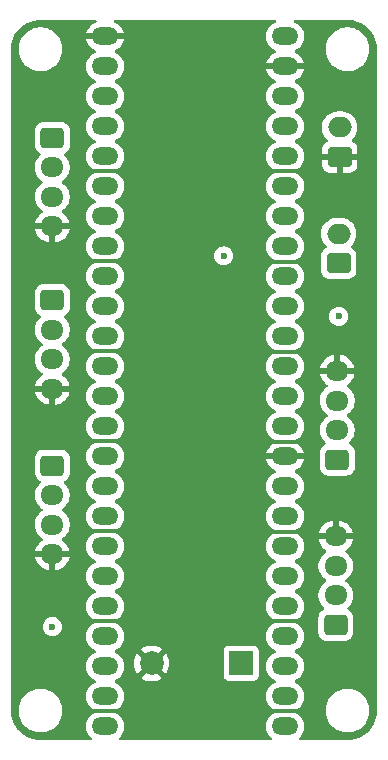
<source format=gbr>
%TF.GenerationSoftware,KiCad,Pcbnew,8.0.8*%
%TF.CreationDate,2025-02-07T05:57:41-05:00*%
%TF.ProjectId,mcu-board,6d63752d-626f-4617-9264-2e6b69636164,rev?*%
%TF.SameCoordinates,Original*%
%TF.FileFunction,Copper,L2,Inr*%
%TF.FilePolarity,Positive*%
%FSLAX46Y46*%
G04 Gerber Fmt 4.6, Leading zero omitted, Abs format (unit mm)*
G04 Created by KiCad (PCBNEW 8.0.8) date 2025-02-07 05:57:41*
%MOMM*%
%LPD*%
G01*
G04 APERTURE LIST*
G04 Aperture macros list*
%AMRoundRect*
0 Rectangle with rounded corners*
0 $1 Rounding radius*
0 $2 $3 $4 $5 $6 $7 $8 $9 X,Y pos of 4 corners*
0 Add a 4 corners polygon primitive as box body*
4,1,4,$2,$3,$4,$5,$6,$7,$8,$9,$2,$3,0*
0 Add four circle primitives for the rounded corners*
1,1,$1+$1,$2,$3*
1,1,$1+$1,$4,$5*
1,1,$1+$1,$6,$7*
1,1,$1+$1,$8,$9*
0 Add four rect primitives between the rounded corners*
20,1,$1+$1,$2,$3,$4,$5,0*
20,1,$1+$1,$4,$5,$6,$7,0*
20,1,$1+$1,$6,$7,$8,$9,0*
20,1,$1+$1,$8,$9,$2,$3,0*%
G04 Aperture macros list end*
%TA.AperFunction,ComponentPad*%
%ADD10RoundRect,0.250000X0.725000X-0.600000X0.725000X0.600000X-0.725000X0.600000X-0.725000X-0.600000X0*%
%TD*%
%TA.AperFunction,ComponentPad*%
%ADD11O,1.950000X1.700000*%
%TD*%
%TA.AperFunction,ComponentPad*%
%ADD12RoundRect,0.250000X0.750000X-0.600000X0.750000X0.600000X-0.750000X0.600000X-0.750000X-0.600000X0*%
%TD*%
%TA.AperFunction,ComponentPad*%
%ADD13O,2.000000X1.700000*%
%TD*%
%TA.AperFunction,ComponentPad*%
%ADD14RoundRect,0.250000X-0.725000X0.600000X-0.725000X-0.600000X0.725000X-0.600000X0.725000X0.600000X0*%
%TD*%
%TA.AperFunction,ComponentPad*%
%ADD15O,2.250000X1.500000*%
%TD*%
%TA.AperFunction,ComponentPad*%
%ADD16R,2.000000X2.000000*%
%TD*%
%TA.AperFunction,ComponentPad*%
%ADD17C,2.000000*%
%TD*%
%TA.AperFunction,ViaPad*%
%ADD18C,0.600000*%
%TD*%
%TA.AperFunction,Conductor*%
%ADD19C,0.300000*%
%TD*%
G04 APERTURE END LIST*
D10*
%TO.N,+3.3V*%
%TO.C,J8*%
X177000000Y-91750000D03*
D11*
%TO.N,/RX8*%
X177000000Y-89250000D03*
%TO.N,/TX8*%
X177000000Y-86750000D03*
%TO.N,GND*%
X177000000Y-84250000D03*
%TD*%
D12*
%TO.N,+5V*%
%TO.C,J3*%
X177250000Y-61125000D03*
D13*
%TO.N,Net-(J3-Pin_2)*%
X177250000Y-58625000D03*
%TD*%
D10*
%TO.N,+3.3V*%
%TO.C,J1*%
X177125000Y-77750000D03*
D11*
%TO.N,/SDA0*%
X177125000Y-75250000D03*
%TO.N,/SCL0*%
X177125000Y-72750000D03*
%TO.N,GND*%
X177125000Y-70250000D03*
%TD*%
D12*
%TO.N,GND*%
%TO.C,J4*%
X177325000Y-52125000D03*
D13*
%TO.N,Net-(J3-Pin_2)*%
X177325000Y-49625000D03*
%TD*%
D14*
%TO.N,+3.3V*%
%TO.C,J6*%
X153000000Y-50500000D03*
D11*
%TO.N,/RX1*%
X153000000Y-53000000D03*
%TO.N,/TX1*%
X153000000Y-55500000D03*
%TO.N,GND*%
X153000000Y-58000000D03*
%TD*%
D14*
%TO.N,+3.3V*%
%TO.C,J2*%
X153000000Y-78250000D03*
D11*
%TO.N,/SDA2*%
X153000000Y-80750000D03*
%TO.N,/SCL2*%
X153000000Y-83250000D03*
%TO.N,GND*%
X153000000Y-85750000D03*
%TD*%
D14*
%TO.N,+3.3V*%
%TO.C,J7*%
X153000000Y-64250000D03*
D11*
%TO.N,/RX2*%
X153000000Y-66750000D03*
%TO.N,/TX2*%
X153000000Y-69250000D03*
%TO.N,GND*%
X153000000Y-71750000D03*
%TD*%
D15*
%TO.N,GND*%
%TO.C,Teensy4.2*%
X157480000Y-41910000D03*
%TO.N,/RX1*%
X157480000Y-44450000D03*
%TO.N,/TX1*%
X157480000Y-46990000D03*
%TO.N,unconnected-(Teensy4.2-PWM-Pad3)*%
X157480000Y-49530000D03*
%TO.N,unconnected-(Teensy4.2-PWM-Pad4)*%
X157480000Y-52070000D03*
%TO.N,unconnected-(Teensy4.2-PWM-Pad5)*%
X157480000Y-54610000D03*
%TO.N,unconnected-(Teensy4.2-PWM-Pad6)*%
X157480000Y-57150000D03*
%TO.N,unconnected-(Teensy4.2-PWM-Pad7)*%
X157480000Y-59690000D03*
%TO.N,/RX2*%
X157480000Y-62230000D03*
%TO.N,/TX2*%
X157480000Y-64770000D03*
%TO.N,unconnected-(Teensy4.2-PWM-Pad10)*%
X157480000Y-67310000D03*
%TO.N,/CS0*%
X157480000Y-69850000D03*
%TO.N,/MOSI0*%
X157480000Y-72390000D03*
%TO.N,/MISO0*%
X157480000Y-74930000D03*
%TO.N,+3.3V*%
X157480000Y-77470000D03*
%TO.N,/SCL2*%
X157480000Y-80010000D03*
%TO.N,/SDA2*%
X157480000Y-82550000D03*
%TO.N,/MOSI1*%
X157480000Y-85090000D03*
%TO.N,/SCK1*%
X157480000Y-87630000D03*
%TO.N,/RX7*%
X157480000Y-90170000D03*
%TO.N,/TX7*%
X157480000Y-92710000D03*
%TO.N,unconnected-(Teensy4.2-GPIO-Pad21)*%
X157480000Y-95250000D03*
%TO.N,unconnected-(Teensy4.2-GPIO-Pad22)*%
X157480000Y-97790000D03*
%TO.N,Net-(R6-Pad2)*%
X157480000Y-100330000D03*
%TO.N,Net-(BZ1-+)*%
X172720000Y-100330000D03*
%TO.N,/RX8*%
X172720000Y-97790000D03*
%TO.N,/TX8*%
X172720000Y-95250000D03*
%TO.N,unconnected-(Teensy4.2-PWM-Pad27)*%
X172720000Y-92710000D03*
%TO.N,unconnected-(Teensy4.2-PWM-Pad28)*%
X172720000Y-90170000D03*
%TO.N,/CS1*%
X172720000Y-87630000D03*
%TO.N,/MISO1*%
X172720000Y-85090000D03*
%TO.N,unconnected-(Teensy4.2-A16-Pad31)*%
X172720000Y-82550000D03*
%TO.N,unconnected-(Teensy4.2-A17-Pad32)*%
X172720000Y-80010000D03*
%TO.N,GND*%
X172720000Y-77470000D03*
%TO.N,N/C*%
X172720000Y-74930000D03*
%TO.N,unconnected-(Teensy4.2-A0-Pad35)*%
X172720000Y-72390000D03*
%TO.N,unconnected-(Teensy4.2-A1-Pad36)*%
X172720000Y-69850000D03*
%TO.N,unconnected-(Teensy4.2-A2-Pad37)*%
X172720000Y-67310000D03*
%TO.N,unconnected-(Teensy4.2-A3-Pad38)*%
X172720000Y-64770000D03*
%TO.N,/SDA0*%
X172720000Y-62230000D03*
%TO.N,/SCL0*%
X172720000Y-59690000D03*
%TO.N,/RX5*%
X172720000Y-57150000D03*
%TO.N,/TX5*%
X172720000Y-54610000D03*
%TO.N,unconnected-(Teensy4.2-PWM-Pad43)*%
X172720000Y-52070000D03*
%TO.N,unconnected-(Teensy4.2-PWM-Pad44)*%
X172720000Y-49530000D03*
%TO.N,+3.3V*%
X172720000Y-46990000D03*
%TO.N,GND*%
X172720000Y-44450000D03*
%TO.N,+5V*%
X172720000Y-41910000D03*
%TD*%
D16*
%TO.N,Net-(BZ1-+)*%
%TO.C,BZ1*%
X169000000Y-95000000D03*
D17*
%TO.N,GND*%
X161399999Y-95000000D03*
%TD*%
D18*
%TO.N,GND*%
X179562499Y-65625000D03*
X153000000Y-94100000D03*
%TO.N,+3.3V*%
X167500000Y-60500000D03*
%TO.N,Net-(D1-A)*%
X177250000Y-65625000D03*
%TO.N,Net-(D2-A)*%
X153002819Y-91900000D03*
%TD*%
D19*
%TO.N,GND*%
X158937500Y-99062500D02*
X156000000Y-99062500D01*
X158875000Y-68562500D02*
X156125000Y-68562500D01*
X159062500Y-53312500D02*
X155937500Y-53312500D01*
X174187500Y-91437500D02*
X171562500Y-91437500D01*
X158750000Y-76187500D02*
X156187500Y-76187500D01*
X174312500Y-53312500D02*
X171187500Y-53312500D01*
X174000000Y-99000000D02*
X173937500Y-99062500D01*
X174125000Y-76250000D02*
X171250000Y-76250000D01*
X173937500Y-99062500D02*
X171687500Y-99062500D01*
X174250000Y-91500000D02*
X174187500Y-91437500D01*
X159000000Y-91437500D02*
X156250000Y-91437500D01*
X174000000Y-68625000D02*
X171125000Y-68625000D01*
X159125000Y-83812500D02*
X156000000Y-83812500D01*
X174250000Y-61000000D02*
X171125000Y-61000000D01*
X171687500Y-99062500D02*
X171625000Y-99000000D01*
X171562500Y-91437500D02*
X171500000Y-91500000D01*
X174375000Y-83875000D02*
X171250000Y-83875000D01*
X159000000Y-60937500D02*
X155875000Y-60937500D01*
X174250000Y-76125000D02*
X174125000Y-76250000D01*
%TD*%
%TA.AperFunction,Conductor*%
%TO.N,GND*%
G36*
X156682046Y-40520185D02*
G01*
X156727801Y-40572989D01*
X156737745Y-40642147D01*
X156708720Y-40705703D01*
X156653326Y-40742431D01*
X156625162Y-40751581D01*
X156449856Y-40840904D01*
X156290678Y-40956555D01*
X156151555Y-41095678D01*
X156035904Y-41254856D01*
X155946581Y-41430162D01*
X155885781Y-41617283D01*
X155879016Y-41660000D01*
X157035440Y-41660000D01*
X157004755Y-41713147D01*
X156970000Y-41842857D01*
X156970000Y-41977143D01*
X157004755Y-42106853D01*
X157035440Y-42160000D01*
X155879016Y-42160000D01*
X155885781Y-42202716D01*
X155946581Y-42389837D01*
X156035904Y-42565143D01*
X156151555Y-42724321D01*
X156290678Y-42863444D01*
X156449856Y-42979095D01*
X156626764Y-43069234D01*
X156677560Y-43117208D01*
X156694355Y-43185029D01*
X156671818Y-43251164D01*
X156626764Y-43290204D01*
X156449594Y-43380476D01*
X156358741Y-43446485D01*
X156290354Y-43496172D01*
X156290352Y-43496174D01*
X156290351Y-43496174D01*
X156151174Y-43635351D01*
X156151174Y-43635352D01*
X156151172Y-43635354D01*
X156150937Y-43635678D01*
X156035476Y-43794594D01*
X155946117Y-43969970D01*
X155885290Y-44157173D01*
X155854500Y-44351577D01*
X155854500Y-44548422D01*
X155885290Y-44742826D01*
X155946117Y-44930029D01*
X156035343Y-45105143D01*
X156035476Y-45105405D01*
X156151172Y-45264646D01*
X156290354Y-45403828D01*
X156449595Y-45519524D01*
X156572992Y-45582397D01*
X156626213Y-45609515D01*
X156677009Y-45657489D01*
X156693804Y-45725310D01*
X156671267Y-45791445D01*
X156626213Y-45830485D01*
X156449594Y-45920476D01*
X156358741Y-45986485D01*
X156290354Y-46036172D01*
X156290352Y-46036174D01*
X156290351Y-46036174D01*
X156151174Y-46175351D01*
X156151174Y-46175352D01*
X156151172Y-46175354D01*
X156101485Y-46243741D01*
X156035476Y-46334594D01*
X155946117Y-46509970D01*
X155885290Y-46697173D01*
X155854500Y-46891577D01*
X155854500Y-47088422D01*
X155885290Y-47282826D01*
X155946117Y-47470029D01*
X156035476Y-47645405D01*
X156151172Y-47804646D01*
X156290354Y-47943828D01*
X156449595Y-48059524D01*
X156572992Y-48122397D01*
X156626213Y-48149515D01*
X156677009Y-48197489D01*
X156693804Y-48265310D01*
X156671267Y-48331445D01*
X156626213Y-48370485D01*
X156449594Y-48460476D01*
X156358741Y-48526485D01*
X156290354Y-48576172D01*
X156290352Y-48576174D01*
X156290351Y-48576174D01*
X156151174Y-48715351D01*
X156151174Y-48715352D01*
X156151172Y-48715354D01*
X156129482Y-48745208D01*
X156035476Y-48874594D01*
X155946117Y-49049970D01*
X155885290Y-49237173D01*
X155854500Y-49431577D01*
X155854500Y-49628422D01*
X155885290Y-49822826D01*
X155946117Y-50010029D01*
X156035476Y-50185405D01*
X156151172Y-50344646D01*
X156290354Y-50483828D01*
X156449595Y-50599524D01*
X156558678Y-50655104D01*
X156626213Y-50689515D01*
X156677009Y-50737489D01*
X156693804Y-50805310D01*
X156671267Y-50871445D01*
X156626213Y-50910485D01*
X156449594Y-51000476D01*
X156372273Y-51056654D01*
X156290354Y-51116172D01*
X156290352Y-51116174D01*
X156290351Y-51116174D01*
X156151174Y-51255351D01*
X156151174Y-51255352D01*
X156151172Y-51255354D01*
X156101485Y-51323741D01*
X156035476Y-51414594D01*
X155946117Y-51589970D01*
X155885290Y-51777173D01*
X155854500Y-51971577D01*
X155854500Y-52168422D01*
X155885290Y-52362826D01*
X155946117Y-52550029D01*
X155966955Y-52590925D01*
X156035476Y-52725405D01*
X156151172Y-52884646D01*
X156290354Y-53023828D01*
X156449595Y-53139524D01*
X156555225Y-53193345D01*
X156626213Y-53229515D01*
X156677009Y-53277489D01*
X156693804Y-53345310D01*
X156671267Y-53411445D01*
X156626213Y-53450485D01*
X156449594Y-53540476D01*
X156358741Y-53606485D01*
X156290354Y-53656172D01*
X156290352Y-53656174D01*
X156290351Y-53656174D01*
X156151174Y-53795351D01*
X156151174Y-53795352D01*
X156151172Y-53795354D01*
X156101485Y-53863741D01*
X156035476Y-53954594D01*
X155946117Y-54129970D01*
X155885290Y-54317173D01*
X155854500Y-54511577D01*
X155854500Y-54708422D01*
X155885290Y-54902826D01*
X155946117Y-55090029D01*
X155993876Y-55183760D01*
X156035476Y-55265405D01*
X156151172Y-55424646D01*
X156290354Y-55563828D01*
X156449595Y-55679524D01*
X156572992Y-55742397D01*
X156626213Y-55769515D01*
X156677009Y-55817489D01*
X156693804Y-55885310D01*
X156671267Y-55951445D01*
X156626213Y-55990485D01*
X156449594Y-56080476D01*
X156358741Y-56146485D01*
X156290354Y-56196172D01*
X156290352Y-56196174D01*
X156290351Y-56196174D01*
X156151174Y-56335351D01*
X156151174Y-56335352D01*
X156151172Y-56335354D01*
X156118890Y-56379786D01*
X156035476Y-56494594D01*
X155946117Y-56669970D01*
X155885290Y-56857173D01*
X155854500Y-57051577D01*
X155854500Y-57248422D01*
X155885290Y-57442826D01*
X155946117Y-57630029D01*
X156007246Y-57750000D01*
X156035476Y-57805405D01*
X156151172Y-57964646D01*
X156290354Y-58103828D01*
X156449595Y-58219524D01*
X156509408Y-58250000D01*
X156626213Y-58309515D01*
X156677009Y-58357489D01*
X156693804Y-58425310D01*
X156671267Y-58491445D01*
X156626213Y-58530485D01*
X156449594Y-58620476D01*
X156358741Y-58686485D01*
X156290354Y-58736172D01*
X156290352Y-58736174D01*
X156290351Y-58736174D01*
X156151174Y-58875351D01*
X156151174Y-58875352D01*
X156151172Y-58875354D01*
X156103301Y-58941243D01*
X156035476Y-59034594D01*
X155946117Y-59209970D01*
X155885290Y-59397173D01*
X155854500Y-59591577D01*
X155854500Y-59788422D01*
X155885290Y-59982826D01*
X155946117Y-60170029D01*
X156022911Y-60320745D01*
X156035476Y-60345405D01*
X156151172Y-60504646D01*
X156290354Y-60643828D01*
X156449595Y-60759524D01*
X156572992Y-60822397D01*
X156626213Y-60849515D01*
X156677009Y-60897489D01*
X156693804Y-60965310D01*
X156671267Y-61031445D01*
X156626213Y-61070485D01*
X156449594Y-61160476D01*
X156359701Y-61225788D01*
X156290354Y-61276172D01*
X156290352Y-61276174D01*
X156290351Y-61276174D01*
X156151174Y-61415351D01*
X156151174Y-61415352D01*
X156151172Y-61415354D01*
X156101485Y-61483741D01*
X156035476Y-61574594D01*
X155946117Y-61749970D01*
X155885290Y-61937173D01*
X155854500Y-62131577D01*
X155854500Y-62328422D01*
X155885290Y-62522826D01*
X155946117Y-62710029D01*
X156035476Y-62885405D01*
X156151172Y-63044646D01*
X156290354Y-63183828D01*
X156449595Y-63299524D01*
X156510715Y-63330666D01*
X156626213Y-63389515D01*
X156677009Y-63437489D01*
X156693804Y-63505310D01*
X156671267Y-63571445D01*
X156626213Y-63610485D01*
X156449594Y-63700476D01*
X156358741Y-63766485D01*
X156290354Y-63816172D01*
X156290352Y-63816174D01*
X156290351Y-63816174D01*
X156151174Y-63955351D01*
X156151174Y-63955352D01*
X156151172Y-63955354D01*
X156101485Y-64023741D01*
X156035476Y-64114594D01*
X155946117Y-64289970D01*
X155885290Y-64477173D01*
X155854500Y-64671577D01*
X155854500Y-64868422D01*
X155885290Y-65062826D01*
X155946117Y-65250029D01*
X156035476Y-65425405D01*
X156151172Y-65584646D01*
X156290354Y-65723828D01*
X156449595Y-65839524D01*
X156509826Y-65870213D01*
X156626213Y-65929515D01*
X156677009Y-65977489D01*
X156693804Y-66045310D01*
X156671267Y-66111445D01*
X156626213Y-66150485D01*
X156449594Y-66240476D01*
X156358741Y-66306485D01*
X156290354Y-66356172D01*
X156290352Y-66356174D01*
X156290351Y-66356174D01*
X156151174Y-66495351D01*
X156151174Y-66495352D01*
X156151172Y-66495354D01*
X156101485Y-66563741D01*
X156035476Y-66654594D01*
X155946117Y-66829970D01*
X155885290Y-67017173D01*
X155854500Y-67211577D01*
X155854500Y-67408422D01*
X155885290Y-67602826D01*
X155946117Y-67790029D01*
X156004724Y-67905051D01*
X156035476Y-67965405D01*
X156151172Y-68124646D01*
X156290354Y-68263828D01*
X156449595Y-68379524D01*
X156572992Y-68442397D01*
X156626213Y-68469515D01*
X156677009Y-68517489D01*
X156693804Y-68585310D01*
X156671267Y-68651445D01*
X156626213Y-68690485D01*
X156449594Y-68780476D01*
X156358741Y-68846485D01*
X156290354Y-68896172D01*
X156290352Y-68896174D01*
X156290351Y-68896174D01*
X156151174Y-69035351D01*
X156151174Y-69035352D01*
X156151172Y-69035354D01*
X156107561Y-69095379D01*
X156035476Y-69194594D01*
X155946117Y-69369970D01*
X155885290Y-69557173D01*
X155854500Y-69751577D01*
X155854500Y-69948422D01*
X155885290Y-70142826D01*
X155946117Y-70330029D01*
X156020332Y-70475684D01*
X156035476Y-70505405D01*
X156151172Y-70664646D01*
X156290354Y-70803828D01*
X156449595Y-70919524D01*
X156572992Y-70982397D01*
X156626213Y-71009515D01*
X156677009Y-71057489D01*
X156693804Y-71125310D01*
X156671267Y-71191445D01*
X156626213Y-71230485D01*
X156449594Y-71320476D01*
X156381562Y-71369905D01*
X156290354Y-71436172D01*
X156290352Y-71436174D01*
X156290351Y-71436174D01*
X156151174Y-71575351D01*
X156151174Y-71575352D01*
X156151172Y-71575354D01*
X156133260Y-71600008D01*
X156035476Y-71734594D01*
X155946117Y-71909970D01*
X155885290Y-72097173D01*
X155854500Y-72291577D01*
X155854500Y-72488422D01*
X155885290Y-72682826D01*
X155946117Y-72870029D01*
X156012899Y-73001095D01*
X156035476Y-73045405D01*
X156151172Y-73204646D01*
X156290354Y-73343828D01*
X156449595Y-73459524D01*
X156572992Y-73522397D01*
X156626213Y-73549515D01*
X156677009Y-73597489D01*
X156693804Y-73665310D01*
X156671267Y-73731445D01*
X156626213Y-73770485D01*
X156449594Y-73860476D01*
X156388243Y-73905051D01*
X156290354Y-73976172D01*
X156290352Y-73976174D01*
X156290351Y-73976174D01*
X156151174Y-74115351D01*
X156151174Y-74115352D01*
X156151172Y-74115354D01*
X156101485Y-74183741D01*
X156035476Y-74274594D01*
X155946117Y-74449970D01*
X155885290Y-74637173D01*
X155854500Y-74831577D01*
X155854500Y-75028422D01*
X155885290Y-75222826D01*
X155946117Y-75410029D01*
X156035476Y-75585405D01*
X156151172Y-75744646D01*
X156290354Y-75883828D01*
X156449595Y-75999524D01*
X156572992Y-76062397D01*
X156626213Y-76089515D01*
X156677009Y-76137489D01*
X156693804Y-76205310D01*
X156671267Y-76271445D01*
X156626213Y-76310485D01*
X156449594Y-76400476D01*
X156373794Y-76455549D01*
X156290354Y-76516172D01*
X156290352Y-76516174D01*
X156290351Y-76516174D01*
X156151174Y-76655351D01*
X156151174Y-76655352D01*
X156151172Y-76655354D01*
X156150937Y-76655678D01*
X156035476Y-76814594D01*
X155946117Y-76989970D01*
X155885290Y-77177173D01*
X155854500Y-77371577D01*
X155854500Y-77568422D01*
X155885290Y-77762826D01*
X155946117Y-77950029D01*
X156035343Y-78125143D01*
X156035476Y-78125405D01*
X156151172Y-78284646D01*
X156290354Y-78423828D01*
X156449595Y-78539524D01*
X156572992Y-78602397D01*
X156626213Y-78629515D01*
X156677009Y-78677489D01*
X156693804Y-78745310D01*
X156671267Y-78811445D01*
X156626213Y-78850485D01*
X156449594Y-78940476D01*
X156363821Y-79002795D01*
X156290354Y-79056172D01*
X156290352Y-79056174D01*
X156290351Y-79056174D01*
X156151174Y-79195351D01*
X156151174Y-79195352D01*
X156151172Y-79195354D01*
X156101485Y-79263741D01*
X156035476Y-79354594D01*
X155946117Y-79529970D01*
X155885290Y-79717173D01*
X155854500Y-79911577D01*
X155854500Y-80108422D01*
X155885290Y-80302826D01*
X155946117Y-80490029D01*
X156024423Y-80643713D01*
X156035476Y-80665405D01*
X156151172Y-80824646D01*
X156290354Y-80963828D01*
X156449595Y-81079524D01*
X156572992Y-81142397D01*
X156626213Y-81169515D01*
X156677009Y-81217489D01*
X156693804Y-81285310D01*
X156671267Y-81351445D01*
X156626213Y-81390485D01*
X156449594Y-81480476D01*
X156358741Y-81546485D01*
X156290354Y-81596172D01*
X156290352Y-81596174D01*
X156290351Y-81596174D01*
X156151174Y-81735351D01*
X156151174Y-81735352D01*
X156151172Y-81735354D01*
X156101485Y-81803741D01*
X156035476Y-81894594D01*
X155946117Y-82069970D01*
X155885290Y-82257173D01*
X155854500Y-82451577D01*
X155854500Y-82648422D01*
X155885290Y-82842826D01*
X155946117Y-83030029D01*
X156035476Y-83205405D01*
X156151172Y-83364646D01*
X156290354Y-83503828D01*
X156449595Y-83619524D01*
X156572992Y-83682397D01*
X156626213Y-83709515D01*
X156677009Y-83757489D01*
X156693804Y-83825310D01*
X156671267Y-83891445D01*
X156626213Y-83930485D01*
X156449594Y-84020476D01*
X156358741Y-84086485D01*
X156290354Y-84136172D01*
X156290352Y-84136174D01*
X156290351Y-84136174D01*
X156151174Y-84275351D01*
X156151174Y-84275352D01*
X156151172Y-84275354D01*
X156101485Y-84343741D01*
X156035476Y-84434594D01*
X155946117Y-84609970D01*
X155885290Y-84797173D01*
X155854500Y-84991577D01*
X155854500Y-85188422D01*
X155885290Y-85382826D01*
X155946117Y-85570029D01*
X156035476Y-85745405D01*
X156151172Y-85904646D01*
X156290354Y-86043828D01*
X156449595Y-86159524D01*
X156514570Y-86192630D01*
X156626213Y-86249515D01*
X156677009Y-86297489D01*
X156693804Y-86365310D01*
X156671267Y-86431445D01*
X156626213Y-86470485D01*
X156449594Y-86560476D01*
X156358741Y-86626485D01*
X156290354Y-86676172D01*
X156290352Y-86676174D01*
X156290351Y-86676174D01*
X156151174Y-86815351D01*
X156151174Y-86815352D01*
X156151172Y-86815354D01*
X156121433Y-86856286D01*
X156035476Y-86974594D01*
X155946117Y-87149970D01*
X155885290Y-87337173D01*
X155854500Y-87531577D01*
X155854500Y-87728422D01*
X155885290Y-87922826D01*
X155946117Y-88110029D01*
X156035476Y-88285405D01*
X156151172Y-88444646D01*
X156290354Y-88583828D01*
X156449595Y-88699524D01*
X156512519Y-88731585D01*
X156626213Y-88789515D01*
X156677009Y-88837489D01*
X156693804Y-88905310D01*
X156671267Y-88971445D01*
X156626213Y-89010485D01*
X156449594Y-89100476D01*
X156358741Y-89166485D01*
X156290354Y-89216172D01*
X156290352Y-89216174D01*
X156290351Y-89216174D01*
X156151174Y-89355351D01*
X156151174Y-89355352D01*
X156151172Y-89355354D01*
X156101485Y-89423741D01*
X156035476Y-89514594D01*
X155946117Y-89689970D01*
X155885290Y-89877173D01*
X155854500Y-90071577D01*
X155854500Y-90268422D01*
X155885290Y-90462826D01*
X155946117Y-90650029D01*
X156035476Y-90825405D01*
X156151172Y-90984646D01*
X156290354Y-91123828D01*
X156449595Y-91239524D01*
X156572992Y-91302397D01*
X156626213Y-91329515D01*
X156677009Y-91377489D01*
X156693804Y-91445310D01*
X156671267Y-91511445D01*
X156626213Y-91550485D01*
X156449594Y-91640476D01*
X156358741Y-91706485D01*
X156290354Y-91756172D01*
X156290352Y-91756174D01*
X156290351Y-91756174D01*
X156151174Y-91895351D01*
X156151174Y-91895352D01*
X156151172Y-91895354D01*
X156101485Y-91963741D01*
X156035476Y-92054594D01*
X155946117Y-92229970D01*
X155885290Y-92417173D01*
X155854500Y-92611577D01*
X155854500Y-92808422D01*
X155885290Y-93002826D01*
X155946117Y-93190029D01*
X156035476Y-93365405D01*
X156151172Y-93524646D01*
X156290354Y-93663828D01*
X156449595Y-93779524D01*
X156572992Y-93842397D01*
X156626213Y-93869515D01*
X156677009Y-93917489D01*
X156693804Y-93985310D01*
X156671267Y-94051445D01*
X156626213Y-94090485D01*
X156449594Y-94180476D01*
X156358741Y-94246485D01*
X156290354Y-94296172D01*
X156290352Y-94296174D01*
X156290351Y-94296174D01*
X156151174Y-94435351D01*
X156151174Y-94435352D01*
X156151172Y-94435354D01*
X156104204Y-94500000D01*
X156035476Y-94594594D01*
X155946117Y-94769970D01*
X155885290Y-94957173D01*
X155854500Y-95151577D01*
X155854500Y-95348422D01*
X155885290Y-95542826D01*
X155946117Y-95730029D01*
X156017376Y-95869881D01*
X156035476Y-95905405D01*
X156151172Y-96064646D01*
X156290354Y-96203828D01*
X156449595Y-96319524D01*
X156524214Y-96357544D01*
X156626213Y-96409515D01*
X156677009Y-96457489D01*
X156693804Y-96525310D01*
X156671267Y-96591445D01*
X156626213Y-96630485D01*
X156449594Y-96720476D01*
X156358741Y-96786485D01*
X156290354Y-96836172D01*
X156290352Y-96836174D01*
X156290351Y-96836174D01*
X156151174Y-96975351D01*
X156151174Y-96975352D01*
X156151172Y-96975354D01*
X156101485Y-97043741D01*
X156035476Y-97134594D01*
X155946117Y-97309970D01*
X155885290Y-97497173D01*
X155854500Y-97691577D01*
X155854500Y-97888422D01*
X155885290Y-98082826D01*
X155946117Y-98270029D01*
X156014328Y-98403900D01*
X156035476Y-98445405D01*
X156151172Y-98604646D01*
X156290354Y-98743828D01*
X156449595Y-98859524D01*
X156487254Y-98878712D01*
X156626213Y-98949515D01*
X156677009Y-98997489D01*
X156693804Y-99065310D01*
X156671267Y-99131445D01*
X156626213Y-99170485D01*
X156449594Y-99260476D01*
X156393432Y-99301281D01*
X156290354Y-99376172D01*
X156290352Y-99376174D01*
X156290351Y-99376174D01*
X156151174Y-99515351D01*
X156151174Y-99515352D01*
X156151172Y-99515354D01*
X156101485Y-99583741D01*
X156035476Y-99674594D01*
X155946117Y-99849970D01*
X155885290Y-100037173D01*
X155854500Y-100231577D01*
X155854500Y-100428422D01*
X155885290Y-100622826D01*
X155946117Y-100810029D01*
X155979490Y-100875526D01*
X156035476Y-100985405D01*
X156151172Y-101144646D01*
X156151174Y-101144648D01*
X156293799Y-101287273D01*
X156292258Y-101288813D01*
X156325490Y-101339743D01*
X156325973Y-101409611D01*
X156288606Y-101468649D01*
X156225253Y-101498113D01*
X156206757Y-101499500D01*
X152003751Y-101499500D01*
X151996264Y-101499274D01*
X151706205Y-101481728D01*
X151691340Y-101479923D01*
X151409201Y-101428219D01*
X151394663Y-101424635D01*
X151120832Y-101339306D01*
X151106831Y-101333997D01*
X150845263Y-101216275D01*
X150832004Y-101209316D01*
X150586540Y-101060928D01*
X150574217Y-101052422D01*
X150348426Y-100875526D01*
X150337218Y-100865596D01*
X150134403Y-100662781D01*
X150124473Y-100651573D01*
X150038575Y-100541932D01*
X149947573Y-100425776D01*
X149939075Y-100413465D01*
X149790680Y-100167989D01*
X149783727Y-100154743D01*
X149666000Y-99893163D01*
X149660693Y-99879167D01*
X149651596Y-99849975D01*
X149575363Y-99605335D01*
X149571780Y-99590798D01*
X149532448Y-99376172D01*
X149520075Y-99308657D01*
X149518271Y-99293794D01*
X149510850Y-99171116D01*
X149500726Y-99003736D01*
X149500500Y-98996249D01*
X149500500Y-98878712D01*
X150149500Y-98878712D01*
X150149500Y-99121288D01*
X150181162Y-99361789D01*
X150212554Y-99478944D01*
X150243947Y-99596104D01*
X150336773Y-99820205D01*
X150336776Y-99820212D01*
X150458064Y-100030289D01*
X150458066Y-100030292D01*
X150458067Y-100030293D01*
X150605733Y-100222736D01*
X150605739Y-100222743D01*
X150777256Y-100394260D01*
X150777263Y-100394266D01*
X150818336Y-100425782D01*
X150969711Y-100541936D01*
X151179788Y-100663224D01*
X151403900Y-100756054D01*
X151638211Y-100818838D01*
X151818586Y-100842584D01*
X151878711Y-100850500D01*
X151878712Y-100850500D01*
X152121289Y-100850500D01*
X152169388Y-100844167D01*
X152361789Y-100818838D01*
X152596100Y-100756054D01*
X152820212Y-100663224D01*
X153030289Y-100541936D01*
X153222738Y-100394265D01*
X153394265Y-100222738D01*
X153541936Y-100030289D01*
X153663224Y-99820212D01*
X153756054Y-99596100D01*
X153818838Y-99361789D01*
X153850500Y-99121288D01*
X153850500Y-98878712D01*
X153818838Y-98638211D01*
X153756054Y-98403900D01*
X153663224Y-98179788D01*
X153541936Y-97969711D01*
X153394265Y-97777262D01*
X153394260Y-97777256D01*
X153222743Y-97605739D01*
X153222736Y-97605733D01*
X153030293Y-97458067D01*
X153030292Y-97458066D01*
X153030289Y-97458064D01*
X152820212Y-97336776D01*
X152755509Y-97309975D01*
X152596104Y-97243947D01*
X152361785Y-97181161D01*
X152121289Y-97149500D01*
X152121288Y-97149500D01*
X151878712Y-97149500D01*
X151878711Y-97149500D01*
X151638214Y-97181161D01*
X151403895Y-97243947D01*
X151179794Y-97336773D01*
X151179785Y-97336777D01*
X150969706Y-97458067D01*
X150777263Y-97605733D01*
X150777256Y-97605739D01*
X150605739Y-97777256D01*
X150605733Y-97777263D01*
X150458067Y-97969706D01*
X150336777Y-98179785D01*
X150336773Y-98179794D01*
X150243947Y-98403895D01*
X150181161Y-98638214D01*
X150152026Y-98859523D01*
X150149500Y-98878712D01*
X149500500Y-98878712D01*
X149500500Y-91899996D01*
X152197254Y-91899996D01*
X152197254Y-91900003D01*
X152217449Y-92079249D01*
X152217450Y-92079254D01*
X152277030Y-92249523D01*
X152371582Y-92400001D01*
X152373003Y-92402262D01*
X152500557Y-92529816D01*
X152590899Y-92586582D01*
X152630678Y-92611577D01*
X152653297Y-92625789D01*
X152777747Y-92669336D01*
X152823564Y-92685368D01*
X152823569Y-92685369D01*
X153002815Y-92705565D01*
X153002819Y-92705565D01*
X153002823Y-92705565D01*
X153182068Y-92685369D01*
X153182071Y-92685368D01*
X153182074Y-92685368D01*
X153352341Y-92625789D01*
X153505081Y-92529816D01*
X153632635Y-92402262D01*
X153728608Y-92249522D01*
X153788187Y-92079255D01*
X153788188Y-92079249D01*
X153808384Y-91900003D01*
X153808384Y-91899996D01*
X153788188Y-91720750D01*
X153788187Y-91720745D01*
X153728607Y-91550476D01*
X153662526Y-91445310D01*
X153632635Y-91397738D01*
X153505081Y-91270184D01*
X153456286Y-91239524D01*
X153352342Y-91174211D01*
X153182073Y-91114631D01*
X153182068Y-91114630D01*
X153002823Y-91094435D01*
X153002815Y-91094435D01*
X152823569Y-91114630D01*
X152823564Y-91114631D01*
X152653295Y-91174211D01*
X152500556Y-91270184D01*
X152373003Y-91397737D01*
X152277030Y-91550476D01*
X152217450Y-91720745D01*
X152217449Y-91720750D01*
X152197254Y-91899996D01*
X149500500Y-91899996D01*
X149500500Y-77599983D01*
X151524500Y-77599983D01*
X151524500Y-78900001D01*
X151524501Y-78900018D01*
X151535000Y-79002796D01*
X151535001Y-79002799D01*
X151590185Y-79169331D01*
X151590187Y-79169336D01*
X151682289Y-79318657D01*
X151806344Y-79442712D01*
X151961120Y-79538178D01*
X152007845Y-79590126D01*
X152019068Y-79659088D01*
X151991224Y-79723171D01*
X151983706Y-79731398D01*
X151844889Y-79870215D01*
X151719951Y-80042179D01*
X151623444Y-80231585D01*
X151557753Y-80433760D01*
X151548842Y-80490025D01*
X151524500Y-80643713D01*
X151524500Y-80856287D01*
X151557754Y-81066243D01*
X151620872Y-81260500D01*
X151623444Y-81268414D01*
X151719951Y-81457820D01*
X151844890Y-81629786D01*
X151995209Y-81780105D01*
X151995214Y-81780109D01*
X152159793Y-81899682D01*
X152202459Y-81955011D01*
X152208438Y-82024625D01*
X152175833Y-82086420D01*
X152159793Y-82100318D01*
X151995214Y-82219890D01*
X151995209Y-82219894D01*
X151844890Y-82370213D01*
X151719951Y-82542179D01*
X151623444Y-82731585D01*
X151557753Y-82933760D01*
X151542506Y-83030029D01*
X151524500Y-83143713D01*
X151524500Y-83356287D01*
X151557754Y-83566243D01*
X151575066Y-83619525D01*
X151623444Y-83768414D01*
X151719951Y-83957820D01*
X151844890Y-84129786D01*
X151995209Y-84280105D01*
X151995214Y-84280109D01*
X152160218Y-84399991D01*
X152202884Y-84455320D01*
X152208863Y-84524934D01*
X152176258Y-84586729D01*
X152160218Y-84600627D01*
X151995540Y-84720272D01*
X151995535Y-84720276D01*
X151845276Y-84870535D01*
X151845272Y-84870540D01*
X151720379Y-85042442D01*
X151623904Y-85231782D01*
X151558242Y-85433870D01*
X151558242Y-85433873D01*
X151547769Y-85500000D01*
X152595854Y-85500000D01*
X152557370Y-85566657D01*
X152525000Y-85687465D01*
X152525000Y-85812535D01*
X152557370Y-85933343D01*
X152595854Y-86000000D01*
X151547769Y-86000000D01*
X151558242Y-86066126D01*
X151558242Y-86066129D01*
X151623904Y-86268217D01*
X151720379Y-86457557D01*
X151845272Y-86629459D01*
X151845276Y-86629464D01*
X151995535Y-86779723D01*
X151995540Y-86779727D01*
X152167442Y-86904620D01*
X152356782Y-87001095D01*
X152558872Y-87066757D01*
X152750000Y-87097029D01*
X152750000Y-86154145D01*
X152816657Y-86192630D01*
X152937465Y-86225000D01*
X153062535Y-86225000D01*
X153183343Y-86192630D01*
X153250000Y-86154145D01*
X153250000Y-87097028D01*
X153441127Y-87066757D01*
X153643217Y-87001095D01*
X153832557Y-86904620D01*
X154004459Y-86779727D01*
X154004464Y-86779723D01*
X154154723Y-86629464D01*
X154154727Y-86629459D01*
X154279620Y-86457557D01*
X154376095Y-86268217D01*
X154441757Y-86066129D01*
X154441757Y-86066126D01*
X154452231Y-86000000D01*
X153404146Y-86000000D01*
X153442630Y-85933343D01*
X153475000Y-85812535D01*
X153475000Y-85687465D01*
X153442630Y-85566657D01*
X153404146Y-85500000D01*
X154452231Y-85500000D01*
X154441757Y-85433873D01*
X154441757Y-85433870D01*
X154376095Y-85231782D01*
X154279620Y-85042442D01*
X154154727Y-84870540D01*
X154154723Y-84870535D01*
X154004464Y-84720276D01*
X154004459Y-84720272D01*
X153839781Y-84600627D01*
X153797115Y-84545297D01*
X153791136Y-84475684D01*
X153823741Y-84413889D01*
X153839776Y-84399994D01*
X154004792Y-84280104D01*
X154155104Y-84129792D01*
X154155106Y-84129788D01*
X154155109Y-84129786D01*
X154280048Y-83957820D01*
X154280047Y-83957820D01*
X154280051Y-83957816D01*
X154376557Y-83768412D01*
X154442246Y-83566243D01*
X154475500Y-83356287D01*
X154475500Y-83143713D01*
X154442246Y-82933757D01*
X154376557Y-82731588D01*
X154280051Y-82542184D01*
X154280049Y-82542181D01*
X154280048Y-82542179D01*
X154155109Y-82370213D01*
X154004792Y-82219896D01*
X154004784Y-82219890D01*
X153840204Y-82100316D01*
X153797540Y-82044989D01*
X153791561Y-81975376D01*
X153824166Y-81913580D01*
X153840199Y-81899686D01*
X154004792Y-81780104D01*
X154155104Y-81629792D01*
X154155106Y-81629788D01*
X154155109Y-81629786D01*
X154280048Y-81457820D01*
X154280047Y-81457820D01*
X154280051Y-81457816D01*
X154376557Y-81268412D01*
X154442246Y-81066243D01*
X154475500Y-80856287D01*
X154475500Y-80643713D01*
X154442246Y-80433757D01*
X154376557Y-80231588D01*
X154280051Y-80042184D01*
X154280049Y-80042181D01*
X154280048Y-80042179D01*
X154155109Y-79870213D01*
X154016294Y-79731398D01*
X153982809Y-79670075D01*
X153987793Y-79600383D01*
X154029665Y-79544450D01*
X154038879Y-79538178D01*
X154044331Y-79534814D01*
X154044334Y-79534814D01*
X154193656Y-79442712D01*
X154317712Y-79318656D01*
X154409814Y-79169334D01*
X154464999Y-79002797D01*
X154475500Y-78900009D01*
X154475499Y-77599992D01*
X154464999Y-77497203D01*
X154409814Y-77330666D01*
X154317712Y-77181344D01*
X154193656Y-77057288D01*
X154084524Y-76989975D01*
X154044336Y-76965187D01*
X154044331Y-76965185D01*
X154028684Y-76960000D01*
X153877797Y-76910001D01*
X153877795Y-76910000D01*
X153775010Y-76899500D01*
X152224998Y-76899500D01*
X152224981Y-76899501D01*
X152122203Y-76910000D01*
X152122200Y-76910001D01*
X151955668Y-76965185D01*
X151955663Y-76965187D01*
X151806342Y-77057289D01*
X151682289Y-77181342D01*
X151590187Y-77330663D01*
X151590186Y-77330666D01*
X151535001Y-77497203D01*
X151535001Y-77497204D01*
X151535000Y-77497204D01*
X151524500Y-77599983D01*
X149500500Y-77599983D01*
X149500500Y-63599983D01*
X151524500Y-63599983D01*
X151524500Y-64900001D01*
X151524501Y-64900018D01*
X151535000Y-65002796D01*
X151535001Y-65002799D01*
X151590185Y-65169331D01*
X151590187Y-65169336D01*
X151682289Y-65318657D01*
X151806344Y-65442712D01*
X151961120Y-65538178D01*
X152007845Y-65590126D01*
X152019068Y-65659088D01*
X151991224Y-65723171D01*
X151983706Y-65731398D01*
X151844889Y-65870215D01*
X151719951Y-66042179D01*
X151623444Y-66231585D01*
X151557753Y-66433760D01*
X151524500Y-66643713D01*
X151524500Y-66856286D01*
X151557753Y-67066239D01*
X151623444Y-67268414D01*
X151719951Y-67457820D01*
X151844890Y-67629786D01*
X151995209Y-67780105D01*
X151995214Y-67780109D01*
X152159793Y-67899682D01*
X152202459Y-67955011D01*
X152208438Y-68024625D01*
X152175833Y-68086420D01*
X152159793Y-68100318D01*
X151995214Y-68219890D01*
X151995209Y-68219894D01*
X151844890Y-68370213D01*
X151719951Y-68542179D01*
X151623444Y-68731585D01*
X151557753Y-68933760D01*
X151532155Y-69095379D01*
X151524500Y-69143713D01*
X151524500Y-69356287D01*
X151534534Y-69419644D01*
X151557753Y-69566239D01*
X151623444Y-69768414D01*
X151719951Y-69957820D01*
X151844890Y-70129786D01*
X151995209Y-70280105D01*
X151995214Y-70280109D01*
X152160218Y-70399991D01*
X152202884Y-70455320D01*
X152208863Y-70524934D01*
X152176258Y-70586729D01*
X152160218Y-70600627D01*
X151995540Y-70720272D01*
X151995535Y-70720276D01*
X151845276Y-70870535D01*
X151845272Y-70870540D01*
X151720379Y-71042442D01*
X151623904Y-71231782D01*
X151558242Y-71433870D01*
X151558242Y-71433873D01*
X151547769Y-71500000D01*
X152595854Y-71500000D01*
X152557370Y-71566657D01*
X152525000Y-71687465D01*
X152525000Y-71812535D01*
X152557370Y-71933343D01*
X152595854Y-72000000D01*
X151547769Y-72000000D01*
X151558242Y-72066126D01*
X151558242Y-72066129D01*
X151623904Y-72268217D01*
X151720379Y-72457557D01*
X151845272Y-72629459D01*
X151845276Y-72629464D01*
X151995535Y-72779723D01*
X151995540Y-72779727D01*
X152167442Y-72904620D01*
X152356782Y-73001095D01*
X152558872Y-73066757D01*
X152750000Y-73097029D01*
X152750000Y-72154145D01*
X152816657Y-72192630D01*
X152937465Y-72225000D01*
X153062535Y-72225000D01*
X153183343Y-72192630D01*
X153250000Y-72154145D01*
X153250000Y-73097028D01*
X153441127Y-73066757D01*
X153643217Y-73001095D01*
X153832557Y-72904620D01*
X154004459Y-72779727D01*
X154004464Y-72779723D01*
X154154723Y-72629464D01*
X154154727Y-72629459D01*
X154279620Y-72457557D01*
X154376095Y-72268217D01*
X154441757Y-72066129D01*
X154441757Y-72066126D01*
X154452231Y-72000000D01*
X153404146Y-72000000D01*
X153442630Y-71933343D01*
X153475000Y-71812535D01*
X153475000Y-71687465D01*
X153442630Y-71566657D01*
X153404146Y-71500000D01*
X154452231Y-71500000D01*
X154441757Y-71433873D01*
X154441757Y-71433870D01*
X154376095Y-71231782D01*
X154279620Y-71042442D01*
X154154727Y-70870540D01*
X154154723Y-70870535D01*
X154004464Y-70720276D01*
X154004459Y-70720272D01*
X153839781Y-70600627D01*
X153797115Y-70545297D01*
X153791136Y-70475684D01*
X153823741Y-70413889D01*
X153839776Y-70399994D01*
X154004792Y-70280104D01*
X154155104Y-70129792D01*
X154155106Y-70129788D01*
X154155109Y-70129786D01*
X154280048Y-69957820D01*
X154280047Y-69957820D01*
X154280051Y-69957816D01*
X154376557Y-69768412D01*
X154442246Y-69566243D01*
X154475500Y-69356287D01*
X154475500Y-69143713D01*
X154442246Y-68933757D01*
X154376557Y-68731588D01*
X154280051Y-68542184D01*
X154280049Y-68542181D01*
X154280048Y-68542179D01*
X154155109Y-68370213D01*
X154004792Y-68219896D01*
X154004784Y-68219890D01*
X153840204Y-68100316D01*
X153797540Y-68044989D01*
X153791561Y-67975376D01*
X153824166Y-67913580D01*
X153840199Y-67899686D01*
X154004792Y-67780104D01*
X154155104Y-67629792D01*
X154155106Y-67629788D01*
X154155109Y-67629786D01*
X154280048Y-67457820D01*
X154280047Y-67457820D01*
X154280051Y-67457816D01*
X154376557Y-67268412D01*
X154442246Y-67066243D01*
X154475500Y-66856287D01*
X154475500Y-66643713D01*
X154442246Y-66433757D01*
X154376557Y-66231588D01*
X154280051Y-66042184D01*
X154280049Y-66042181D01*
X154280048Y-66042179D01*
X154155109Y-65870213D01*
X154016294Y-65731398D01*
X153982809Y-65670075D01*
X153987793Y-65600383D01*
X154029665Y-65544450D01*
X154038879Y-65538178D01*
X154044331Y-65534814D01*
X154044334Y-65534814D01*
X154193656Y-65442712D01*
X154317712Y-65318656D01*
X154409814Y-65169334D01*
X154464999Y-65002797D01*
X154475500Y-64900009D01*
X154475499Y-63599992D01*
X154464999Y-63497203D01*
X154409814Y-63330666D01*
X154317712Y-63181344D01*
X154193656Y-63057288D01*
X154044334Y-62965186D01*
X153877797Y-62910001D01*
X153877795Y-62910000D01*
X153775010Y-62899500D01*
X152224998Y-62899500D01*
X152224981Y-62899501D01*
X152122203Y-62910000D01*
X152122200Y-62910001D01*
X151955668Y-62965185D01*
X151955663Y-62965187D01*
X151806342Y-63057289D01*
X151682289Y-63181342D01*
X151590187Y-63330663D01*
X151590186Y-63330666D01*
X151535001Y-63497203D01*
X151535001Y-63497204D01*
X151535000Y-63497204D01*
X151524500Y-63599983D01*
X149500500Y-63599983D01*
X149500500Y-49849983D01*
X151524500Y-49849983D01*
X151524500Y-51150001D01*
X151524501Y-51150018D01*
X151535000Y-51252796D01*
X151535001Y-51252799D01*
X151590185Y-51419331D01*
X151590187Y-51419336D01*
X151682289Y-51568657D01*
X151806344Y-51692712D01*
X151961120Y-51788178D01*
X152007845Y-51840126D01*
X152019068Y-51909088D01*
X151991224Y-51973171D01*
X151983706Y-51981398D01*
X151844889Y-52120215D01*
X151719951Y-52292179D01*
X151623444Y-52481585D01*
X151557753Y-52683760D01*
X151524500Y-52893713D01*
X151524500Y-53106286D01*
X151544017Y-53229515D01*
X151557754Y-53316243D01*
X151609337Y-53474999D01*
X151623444Y-53518414D01*
X151719951Y-53707820D01*
X151844890Y-53879786D01*
X151995209Y-54030105D01*
X151995214Y-54030109D01*
X152159793Y-54149682D01*
X152202459Y-54205011D01*
X152208438Y-54274625D01*
X152175833Y-54336420D01*
X152159793Y-54350318D01*
X151995214Y-54469890D01*
X151995209Y-54469894D01*
X151844890Y-54620213D01*
X151719951Y-54792179D01*
X151623444Y-54981585D01*
X151557753Y-55183760D01*
X151544822Y-55265405D01*
X151524500Y-55393713D01*
X151524500Y-55606287D01*
X151557754Y-55816243D01*
X151580195Y-55885310D01*
X151623444Y-56018414D01*
X151719951Y-56207820D01*
X151844890Y-56379786D01*
X151995209Y-56530105D01*
X151995214Y-56530109D01*
X152160218Y-56649991D01*
X152202884Y-56705320D01*
X152208863Y-56774934D01*
X152176258Y-56836729D01*
X152160218Y-56850627D01*
X151995540Y-56970272D01*
X151995535Y-56970276D01*
X151845276Y-57120535D01*
X151845272Y-57120540D01*
X151720379Y-57292442D01*
X151623904Y-57481782D01*
X151558242Y-57683870D01*
X151558242Y-57683873D01*
X151547769Y-57750000D01*
X152595854Y-57750000D01*
X152557370Y-57816657D01*
X152525000Y-57937465D01*
X152525000Y-58062535D01*
X152557370Y-58183343D01*
X152595854Y-58250000D01*
X151547769Y-58250000D01*
X151558242Y-58316126D01*
X151558242Y-58316129D01*
X151623904Y-58518217D01*
X151720379Y-58707557D01*
X151845272Y-58879459D01*
X151845276Y-58879464D01*
X151995535Y-59029723D01*
X151995540Y-59029727D01*
X152167442Y-59154620D01*
X152356782Y-59251095D01*
X152558872Y-59316757D01*
X152750000Y-59347029D01*
X152750000Y-58404145D01*
X152816657Y-58442630D01*
X152937465Y-58475000D01*
X153062535Y-58475000D01*
X153183343Y-58442630D01*
X153250000Y-58404145D01*
X153250000Y-59347028D01*
X153441127Y-59316757D01*
X153643217Y-59251095D01*
X153832557Y-59154620D01*
X154004459Y-59029727D01*
X154004464Y-59029723D01*
X154154723Y-58879464D01*
X154154727Y-58879459D01*
X154279620Y-58707557D01*
X154376095Y-58518217D01*
X154441757Y-58316129D01*
X154441757Y-58316126D01*
X154452231Y-58250000D01*
X153404146Y-58250000D01*
X153442630Y-58183343D01*
X153475000Y-58062535D01*
X153475000Y-57937465D01*
X153442630Y-57816657D01*
X153404146Y-57750000D01*
X154452231Y-57750000D01*
X154441757Y-57683873D01*
X154441757Y-57683870D01*
X154376095Y-57481782D01*
X154279620Y-57292442D01*
X154154727Y-57120540D01*
X154154723Y-57120535D01*
X154004464Y-56970276D01*
X154004459Y-56970272D01*
X153839781Y-56850627D01*
X153797115Y-56795297D01*
X153791136Y-56725684D01*
X153823741Y-56663889D01*
X153839776Y-56649994D01*
X154004792Y-56530104D01*
X154155104Y-56379792D01*
X154155106Y-56379788D01*
X154155109Y-56379786D01*
X154280048Y-56207820D01*
X154280047Y-56207820D01*
X154280051Y-56207816D01*
X154376557Y-56018412D01*
X154442246Y-55816243D01*
X154475500Y-55606287D01*
X154475500Y-55393713D01*
X154442246Y-55183757D01*
X154376557Y-54981588D01*
X154280051Y-54792184D01*
X154280049Y-54792181D01*
X154280048Y-54792179D01*
X154155109Y-54620213D01*
X154004792Y-54469896D01*
X154004784Y-54469890D01*
X153840204Y-54350316D01*
X153797540Y-54294989D01*
X153791561Y-54225376D01*
X153824166Y-54163580D01*
X153840199Y-54149686D01*
X154004792Y-54030104D01*
X154155104Y-53879792D01*
X154155106Y-53879788D01*
X154155109Y-53879786D01*
X154280048Y-53707820D01*
X154280047Y-53707820D01*
X154280051Y-53707816D01*
X154376557Y-53518412D01*
X154442246Y-53316243D01*
X154475500Y-53106287D01*
X154475500Y-52893713D01*
X154442246Y-52683757D01*
X154376557Y-52481588D01*
X154280051Y-52292184D01*
X154280049Y-52292181D01*
X154280048Y-52292179D01*
X154155109Y-52120213D01*
X154016294Y-51981398D01*
X153982809Y-51920075D01*
X153987793Y-51850383D01*
X154029665Y-51794450D01*
X154038879Y-51788178D01*
X154044331Y-51784814D01*
X154044334Y-51784814D01*
X154193656Y-51692712D01*
X154317712Y-51568656D01*
X154409814Y-51419334D01*
X154464999Y-51252797D01*
X154475500Y-51150009D01*
X154475499Y-49849992D01*
X154464999Y-49747203D01*
X154409814Y-49580666D01*
X154317712Y-49431344D01*
X154193656Y-49307288D01*
X154100888Y-49250069D01*
X154044336Y-49215187D01*
X154044331Y-49215185D01*
X154042862Y-49214698D01*
X153877797Y-49160001D01*
X153877795Y-49160000D01*
X153775010Y-49149500D01*
X152224998Y-49149500D01*
X152224981Y-49149501D01*
X152122203Y-49160000D01*
X152122200Y-49160001D01*
X151955668Y-49215185D01*
X151955663Y-49215187D01*
X151806342Y-49307289D01*
X151682289Y-49431342D01*
X151590187Y-49580663D01*
X151590186Y-49580666D01*
X151535001Y-49747203D01*
X151535001Y-49747204D01*
X151535000Y-49747204D01*
X151524500Y-49849983D01*
X149500500Y-49849983D01*
X149500500Y-43003750D01*
X149500726Y-42996263D01*
X149501764Y-42979097D01*
X149507836Y-42878711D01*
X150149500Y-42878711D01*
X150149500Y-43121288D01*
X150181161Y-43361785D01*
X150243947Y-43596104D01*
X150326165Y-43794594D01*
X150336776Y-43820212D01*
X150458064Y-44030289D01*
X150458066Y-44030292D01*
X150458067Y-44030293D01*
X150605733Y-44222736D01*
X150605739Y-44222743D01*
X150777256Y-44394260D01*
X150777262Y-44394265D01*
X150969711Y-44541936D01*
X151179788Y-44663224D01*
X151403900Y-44756054D01*
X151638211Y-44818838D01*
X151818586Y-44842584D01*
X151878711Y-44850500D01*
X151878712Y-44850500D01*
X152121289Y-44850500D01*
X152169388Y-44844167D01*
X152361789Y-44818838D01*
X152596100Y-44756054D01*
X152820212Y-44663224D01*
X153030289Y-44541936D01*
X153222738Y-44394265D01*
X153394265Y-44222738D01*
X153541936Y-44030289D01*
X153663224Y-43820212D01*
X153756054Y-43596100D01*
X153818838Y-43361789D01*
X153850500Y-43121288D01*
X153850500Y-42878712D01*
X153818838Y-42638211D01*
X153756054Y-42403900D01*
X153663224Y-42179788D01*
X153541936Y-41969711D01*
X153426518Y-41819295D01*
X153394266Y-41777263D01*
X153394260Y-41777256D01*
X153222743Y-41605739D01*
X153222736Y-41605733D01*
X153030293Y-41458067D01*
X153030292Y-41458066D01*
X153030289Y-41458064D01*
X152858661Y-41358974D01*
X152820214Y-41336777D01*
X152820205Y-41336773D01*
X152596104Y-41243947D01*
X152361785Y-41181161D01*
X152121289Y-41149500D01*
X152121288Y-41149500D01*
X151878712Y-41149500D01*
X151878711Y-41149500D01*
X151638214Y-41181161D01*
X151403895Y-41243947D01*
X151179794Y-41336773D01*
X151179785Y-41336777D01*
X150969706Y-41458067D01*
X150777263Y-41605733D01*
X150777256Y-41605739D01*
X150605739Y-41777256D01*
X150605733Y-41777263D01*
X150458067Y-41969706D01*
X150336777Y-42179785D01*
X150336773Y-42179794D01*
X150243947Y-42403895D01*
X150181161Y-42638214D01*
X150149500Y-42878711D01*
X149507836Y-42878711D01*
X149518271Y-42706201D01*
X149520076Y-42691340D01*
X149529813Y-42638211D01*
X149571780Y-42409197D01*
X149575364Y-42394663D01*
X149576808Y-42390029D01*
X149660696Y-42120822D01*
X149665998Y-42106841D01*
X149783731Y-41845249D01*
X149790676Y-41832016D01*
X149939080Y-41586526D01*
X149947567Y-41574230D01*
X150124480Y-41348417D01*
X150134395Y-41337226D01*
X150337226Y-41134395D01*
X150348417Y-41124480D01*
X150574230Y-40947567D01*
X150586526Y-40939080D01*
X150832016Y-40790676D01*
X150845249Y-40783731D01*
X151106841Y-40665998D01*
X151120822Y-40660696D01*
X151394668Y-40575362D01*
X151409197Y-40571780D01*
X151691344Y-40520075D01*
X151706201Y-40518271D01*
X151996264Y-40500726D01*
X152003751Y-40500500D01*
X152065892Y-40500500D01*
X156615007Y-40500500D01*
X156682046Y-40520185D01*
G37*
%TD.AperFunction*%
%TA.AperFunction,Conductor*%
G36*
X171920426Y-40520185D02*
G01*
X171966181Y-40572989D01*
X171976125Y-40642147D01*
X171947100Y-40705703D01*
X171891707Y-40742430D01*
X171880095Y-40746203D01*
X171864970Y-40751117D01*
X171689594Y-40840476D01*
X171598741Y-40906485D01*
X171530354Y-40956172D01*
X171530352Y-40956174D01*
X171530351Y-40956174D01*
X171391174Y-41095351D01*
X171391174Y-41095352D01*
X171391172Y-41095354D01*
X171341485Y-41163741D01*
X171275476Y-41254594D01*
X171186117Y-41429970D01*
X171125290Y-41617173D01*
X171094500Y-41811577D01*
X171094500Y-42008422D01*
X171125290Y-42202826D01*
X171186117Y-42390029D01*
X171234890Y-42485750D01*
X171275476Y-42565405D01*
X171391172Y-42724646D01*
X171530354Y-42863828D01*
X171627086Y-42934108D01*
X171689596Y-42979525D01*
X171866763Y-43069795D01*
X171917560Y-43117769D01*
X171934355Y-43185590D01*
X171911818Y-43251725D01*
X171866764Y-43290765D01*
X171689856Y-43380904D01*
X171530678Y-43496555D01*
X171391555Y-43635678D01*
X171275904Y-43794856D01*
X171186581Y-43970162D01*
X171125781Y-44157283D01*
X171119016Y-44200000D01*
X172275440Y-44200000D01*
X172244755Y-44253147D01*
X172210000Y-44382857D01*
X172210000Y-44517143D01*
X172244755Y-44646853D01*
X172275440Y-44700000D01*
X171119016Y-44700000D01*
X171125781Y-44742716D01*
X171186581Y-44929837D01*
X171275904Y-45105143D01*
X171391555Y-45264321D01*
X171530678Y-45403444D01*
X171689856Y-45519095D01*
X171866764Y-45609234D01*
X171917560Y-45657208D01*
X171934355Y-45725029D01*
X171911818Y-45791164D01*
X171866764Y-45830204D01*
X171689594Y-45920476D01*
X171598741Y-45986485D01*
X171530354Y-46036172D01*
X171530352Y-46036174D01*
X171530351Y-46036174D01*
X171391174Y-46175351D01*
X171391174Y-46175352D01*
X171391172Y-46175354D01*
X171341485Y-46243741D01*
X171275476Y-46334594D01*
X171186117Y-46509970D01*
X171125290Y-46697173D01*
X171094500Y-46891577D01*
X171094500Y-47088422D01*
X171125290Y-47282826D01*
X171186117Y-47470029D01*
X171275476Y-47645405D01*
X171391172Y-47804646D01*
X171530354Y-47943828D01*
X171689595Y-48059524D01*
X171812992Y-48122397D01*
X171866213Y-48149515D01*
X171917009Y-48197489D01*
X171933804Y-48265310D01*
X171911267Y-48331445D01*
X171866213Y-48370485D01*
X171689594Y-48460476D01*
X171598741Y-48526485D01*
X171530354Y-48576172D01*
X171530352Y-48576174D01*
X171530351Y-48576174D01*
X171391174Y-48715351D01*
X171391174Y-48715352D01*
X171391172Y-48715354D01*
X171369482Y-48745208D01*
X171275476Y-48874594D01*
X171186117Y-49049970D01*
X171125290Y-49237173D01*
X171094500Y-49431577D01*
X171094500Y-49628422D01*
X171125290Y-49822826D01*
X171186117Y-50010029D01*
X171275476Y-50185405D01*
X171391172Y-50344646D01*
X171530354Y-50483828D01*
X171689595Y-50599524D01*
X171798678Y-50655104D01*
X171866213Y-50689515D01*
X171917009Y-50737489D01*
X171933804Y-50805310D01*
X171911267Y-50871445D01*
X171866213Y-50910485D01*
X171689594Y-51000476D01*
X171612273Y-51056654D01*
X171530354Y-51116172D01*
X171530352Y-51116174D01*
X171530351Y-51116174D01*
X171391174Y-51255351D01*
X171391174Y-51255352D01*
X171391172Y-51255354D01*
X171341485Y-51323741D01*
X171275476Y-51414594D01*
X171186117Y-51589970D01*
X171125290Y-51777173D01*
X171094500Y-51971577D01*
X171094500Y-52168422D01*
X171125290Y-52362826D01*
X171186117Y-52550029D01*
X171206955Y-52590925D01*
X171275476Y-52725405D01*
X171391172Y-52884646D01*
X171530354Y-53023828D01*
X171689595Y-53139524D01*
X171795225Y-53193345D01*
X171866213Y-53229515D01*
X171917009Y-53277489D01*
X171933804Y-53345310D01*
X171911267Y-53411445D01*
X171866213Y-53450485D01*
X171689594Y-53540476D01*
X171598741Y-53606485D01*
X171530354Y-53656172D01*
X171530352Y-53656174D01*
X171530351Y-53656174D01*
X171391174Y-53795351D01*
X171391174Y-53795352D01*
X171391172Y-53795354D01*
X171341485Y-53863741D01*
X171275476Y-53954594D01*
X171186117Y-54129970D01*
X171125290Y-54317173D01*
X171094500Y-54511577D01*
X171094500Y-54708422D01*
X171125290Y-54902826D01*
X171186117Y-55090029D01*
X171233876Y-55183760D01*
X171275476Y-55265405D01*
X171391172Y-55424646D01*
X171530354Y-55563828D01*
X171689595Y-55679524D01*
X171812992Y-55742397D01*
X171866213Y-55769515D01*
X171917009Y-55817489D01*
X171933804Y-55885310D01*
X171911267Y-55951445D01*
X171866213Y-55990485D01*
X171689594Y-56080476D01*
X171598741Y-56146485D01*
X171530354Y-56196172D01*
X171530352Y-56196174D01*
X171530351Y-56196174D01*
X171391174Y-56335351D01*
X171391174Y-56335352D01*
X171391172Y-56335354D01*
X171358890Y-56379786D01*
X171275476Y-56494594D01*
X171186117Y-56669970D01*
X171125290Y-56857173D01*
X171094500Y-57051577D01*
X171094500Y-57248422D01*
X171125290Y-57442826D01*
X171186117Y-57630029D01*
X171247246Y-57750000D01*
X171275476Y-57805405D01*
X171391172Y-57964646D01*
X171530354Y-58103828D01*
X171689595Y-58219524D01*
X171749408Y-58250000D01*
X171866213Y-58309515D01*
X171917009Y-58357489D01*
X171933804Y-58425310D01*
X171911267Y-58491445D01*
X171866213Y-58530485D01*
X171689594Y-58620476D01*
X171598741Y-58686485D01*
X171530354Y-58736172D01*
X171530352Y-58736174D01*
X171530351Y-58736174D01*
X171391174Y-58875351D01*
X171391174Y-58875352D01*
X171391172Y-58875354D01*
X171343301Y-58941243D01*
X171275476Y-59034594D01*
X171186117Y-59209970D01*
X171125290Y-59397173D01*
X171094500Y-59591577D01*
X171094500Y-59788422D01*
X171125290Y-59982826D01*
X171186117Y-60170029D01*
X171262911Y-60320745D01*
X171275476Y-60345405D01*
X171391172Y-60504646D01*
X171530354Y-60643828D01*
X171689595Y-60759524D01*
X171812992Y-60822397D01*
X171866213Y-60849515D01*
X171917009Y-60897489D01*
X171933804Y-60965310D01*
X171911267Y-61031445D01*
X171866213Y-61070485D01*
X171689594Y-61160476D01*
X171599701Y-61225788D01*
X171530354Y-61276172D01*
X171530352Y-61276174D01*
X171530351Y-61276174D01*
X171391174Y-61415351D01*
X171391174Y-61415352D01*
X171391172Y-61415354D01*
X171341485Y-61483741D01*
X171275476Y-61574594D01*
X171186117Y-61749970D01*
X171125290Y-61937173D01*
X171094500Y-62131577D01*
X171094500Y-62328422D01*
X171125290Y-62522826D01*
X171186117Y-62710029D01*
X171275476Y-62885405D01*
X171391172Y-63044646D01*
X171530354Y-63183828D01*
X171689595Y-63299524D01*
X171750715Y-63330666D01*
X171866213Y-63389515D01*
X171917009Y-63437489D01*
X171933804Y-63505310D01*
X171911267Y-63571445D01*
X171866213Y-63610485D01*
X171689594Y-63700476D01*
X171598741Y-63766485D01*
X171530354Y-63816172D01*
X171530352Y-63816174D01*
X171530351Y-63816174D01*
X171391174Y-63955351D01*
X171391174Y-63955352D01*
X171391172Y-63955354D01*
X171341485Y-64023741D01*
X171275476Y-64114594D01*
X171186117Y-64289970D01*
X171125290Y-64477173D01*
X171094500Y-64671577D01*
X171094500Y-64868422D01*
X171125290Y-65062826D01*
X171186117Y-65250029D01*
X171275476Y-65425405D01*
X171391172Y-65584646D01*
X171530354Y-65723828D01*
X171689595Y-65839524D01*
X171749826Y-65870213D01*
X171866213Y-65929515D01*
X171917009Y-65977489D01*
X171933804Y-66045310D01*
X171911267Y-66111445D01*
X171866213Y-66150485D01*
X171689594Y-66240476D01*
X171598741Y-66306485D01*
X171530354Y-66356172D01*
X171530352Y-66356174D01*
X171530351Y-66356174D01*
X171391174Y-66495351D01*
X171391174Y-66495352D01*
X171391172Y-66495354D01*
X171341485Y-66563741D01*
X171275476Y-66654594D01*
X171186117Y-66829970D01*
X171125290Y-67017173D01*
X171094500Y-67211577D01*
X171094500Y-67408422D01*
X171125290Y-67602826D01*
X171186117Y-67790029D01*
X171244724Y-67905051D01*
X171275476Y-67965405D01*
X171391172Y-68124646D01*
X171530354Y-68263828D01*
X171689595Y-68379524D01*
X171812992Y-68442397D01*
X171866213Y-68469515D01*
X171917009Y-68517489D01*
X171933804Y-68585310D01*
X171911267Y-68651445D01*
X171866213Y-68690485D01*
X171689594Y-68780476D01*
X171598741Y-68846485D01*
X171530354Y-68896172D01*
X171530352Y-68896174D01*
X171530351Y-68896174D01*
X171391174Y-69035351D01*
X171391174Y-69035352D01*
X171391172Y-69035354D01*
X171347561Y-69095379D01*
X171275476Y-69194594D01*
X171186117Y-69369970D01*
X171125290Y-69557173D01*
X171094500Y-69751577D01*
X171094500Y-69948422D01*
X171125290Y-70142826D01*
X171186117Y-70330029D01*
X171260332Y-70475684D01*
X171275476Y-70505405D01*
X171391172Y-70664646D01*
X171530354Y-70803828D01*
X171689595Y-70919524D01*
X171812992Y-70982397D01*
X171866213Y-71009515D01*
X171917009Y-71057489D01*
X171933804Y-71125310D01*
X171911267Y-71191445D01*
X171866213Y-71230485D01*
X171689594Y-71320476D01*
X171621562Y-71369905D01*
X171530354Y-71436172D01*
X171530352Y-71436174D01*
X171530351Y-71436174D01*
X171391174Y-71575351D01*
X171391174Y-71575352D01*
X171391172Y-71575354D01*
X171373260Y-71600008D01*
X171275476Y-71734594D01*
X171186117Y-71909970D01*
X171125290Y-72097173D01*
X171094500Y-72291577D01*
X171094500Y-72488422D01*
X171125290Y-72682826D01*
X171186117Y-72870029D01*
X171252899Y-73001095D01*
X171275476Y-73045405D01*
X171391172Y-73204646D01*
X171530354Y-73343828D01*
X171689595Y-73459524D01*
X171812992Y-73522397D01*
X171866213Y-73549515D01*
X171917009Y-73597489D01*
X171933804Y-73665310D01*
X171911267Y-73731445D01*
X171866213Y-73770485D01*
X171689594Y-73860476D01*
X171628243Y-73905051D01*
X171530354Y-73976172D01*
X171530352Y-73976174D01*
X171530351Y-73976174D01*
X171391174Y-74115351D01*
X171391174Y-74115352D01*
X171391172Y-74115354D01*
X171341485Y-74183741D01*
X171275476Y-74274594D01*
X171186117Y-74449970D01*
X171125290Y-74637173D01*
X171094500Y-74831577D01*
X171094500Y-75028422D01*
X171125290Y-75222826D01*
X171186117Y-75410029D01*
X171275476Y-75585405D01*
X171391172Y-75744646D01*
X171530354Y-75883828D01*
X171632189Y-75957816D01*
X171689596Y-75999525D01*
X171866763Y-76089795D01*
X171917560Y-76137769D01*
X171934355Y-76205590D01*
X171911818Y-76271725D01*
X171866764Y-76310765D01*
X171689856Y-76400904D01*
X171530678Y-76516555D01*
X171391555Y-76655678D01*
X171275904Y-76814856D01*
X171186581Y-76990162D01*
X171125781Y-77177283D01*
X171119016Y-77220000D01*
X172275440Y-77220000D01*
X172244755Y-77273147D01*
X172210000Y-77402857D01*
X172210000Y-77537143D01*
X172244755Y-77666853D01*
X172275440Y-77720000D01*
X171119016Y-77720000D01*
X171125781Y-77762716D01*
X171186581Y-77949837D01*
X171275904Y-78125143D01*
X171391555Y-78284321D01*
X171530678Y-78423444D01*
X171689856Y-78539095D01*
X171866764Y-78629234D01*
X171917560Y-78677208D01*
X171934355Y-78745029D01*
X171911818Y-78811164D01*
X171866764Y-78850204D01*
X171689594Y-78940476D01*
X171603821Y-79002795D01*
X171530354Y-79056172D01*
X171530352Y-79056174D01*
X171530351Y-79056174D01*
X171391174Y-79195351D01*
X171391174Y-79195352D01*
X171391172Y-79195354D01*
X171341485Y-79263741D01*
X171275476Y-79354594D01*
X171186117Y-79529970D01*
X171125290Y-79717173D01*
X171094500Y-79911577D01*
X171094500Y-80108422D01*
X171125290Y-80302826D01*
X171186117Y-80490029D01*
X171264423Y-80643713D01*
X171275476Y-80665405D01*
X171391172Y-80824646D01*
X171530354Y-80963828D01*
X171689595Y-81079524D01*
X171812992Y-81142397D01*
X171866213Y-81169515D01*
X171917009Y-81217489D01*
X171933804Y-81285310D01*
X171911267Y-81351445D01*
X171866213Y-81390485D01*
X171689594Y-81480476D01*
X171598741Y-81546485D01*
X171530354Y-81596172D01*
X171530352Y-81596174D01*
X171530351Y-81596174D01*
X171391174Y-81735351D01*
X171391174Y-81735352D01*
X171391172Y-81735354D01*
X171341485Y-81803741D01*
X171275476Y-81894594D01*
X171186117Y-82069970D01*
X171125290Y-82257173D01*
X171094500Y-82451577D01*
X171094500Y-82648422D01*
X171125290Y-82842826D01*
X171186117Y-83030029D01*
X171275476Y-83205405D01*
X171391172Y-83364646D01*
X171530354Y-83503828D01*
X171689595Y-83619524D01*
X171812992Y-83682397D01*
X171866213Y-83709515D01*
X171917009Y-83757489D01*
X171933804Y-83825310D01*
X171911267Y-83891445D01*
X171866213Y-83930485D01*
X171689594Y-84020476D01*
X171598741Y-84086485D01*
X171530354Y-84136172D01*
X171530352Y-84136174D01*
X171530351Y-84136174D01*
X171391174Y-84275351D01*
X171391174Y-84275352D01*
X171391172Y-84275354D01*
X171341485Y-84343741D01*
X171275476Y-84434594D01*
X171186117Y-84609970D01*
X171125290Y-84797173D01*
X171094500Y-84991577D01*
X171094500Y-85188422D01*
X171125290Y-85382826D01*
X171186117Y-85570029D01*
X171275476Y-85745405D01*
X171391172Y-85904646D01*
X171530354Y-86043828D01*
X171689595Y-86159524D01*
X171754570Y-86192630D01*
X171866213Y-86249515D01*
X171917009Y-86297489D01*
X171933804Y-86365310D01*
X171911267Y-86431445D01*
X171866213Y-86470485D01*
X171689594Y-86560476D01*
X171598741Y-86626485D01*
X171530354Y-86676172D01*
X171530352Y-86676174D01*
X171530351Y-86676174D01*
X171391174Y-86815351D01*
X171391174Y-86815352D01*
X171391172Y-86815354D01*
X171361433Y-86856286D01*
X171275476Y-86974594D01*
X171186117Y-87149970D01*
X171125290Y-87337173D01*
X171094500Y-87531577D01*
X171094500Y-87728422D01*
X171125290Y-87922826D01*
X171186117Y-88110029D01*
X171275476Y-88285405D01*
X171391172Y-88444646D01*
X171530354Y-88583828D01*
X171689595Y-88699524D01*
X171752519Y-88731585D01*
X171866213Y-88789515D01*
X171917009Y-88837489D01*
X171933804Y-88905310D01*
X171911267Y-88971445D01*
X171866213Y-89010485D01*
X171689594Y-89100476D01*
X171598741Y-89166485D01*
X171530354Y-89216172D01*
X171530352Y-89216174D01*
X171530351Y-89216174D01*
X171391174Y-89355351D01*
X171391174Y-89355352D01*
X171391172Y-89355354D01*
X171341485Y-89423741D01*
X171275476Y-89514594D01*
X171186117Y-89689970D01*
X171125290Y-89877173D01*
X171094500Y-90071577D01*
X171094500Y-90268422D01*
X171125290Y-90462826D01*
X171186117Y-90650029D01*
X171275476Y-90825405D01*
X171391172Y-90984646D01*
X171530354Y-91123828D01*
X171689595Y-91239524D01*
X171812992Y-91302397D01*
X171866213Y-91329515D01*
X171917009Y-91377489D01*
X171933804Y-91445310D01*
X171911267Y-91511445D01*
X171866213Y-91550485D01*
X171689594Y-91640476D01*
X171598741Y-91706485D01*
X171530354Y-91756172D01*
X171530352Y-91756174D01*
X171530351Y-91756174D01*
X171391174Y-91895351D01*
X171391174Y-91895352D01*
X171391172Y-91895354D01*
X171341485Y-91963741D01*
X171275476Y-92054594D01*
X171186117Y-92229970D01*
X171125290Y-92417173D01*
X171094500Y-92611577D01*
X171094500Y-92808422D01*
X171125290Y-93002826D01*
X171186117Y-93190029D01*
X171275476Y-93365405D01*
X171391172Y-93524646D01*
X171530354Y-93663828D01*
X171689595Y-93779524D01*
X171812992Y-93842397D01*
X171866213Y-93869515D01*
X171917009Y-93917489D01*
X171933804Y-93985310D01*
X171911267Y-94051445D01*
X171866213Y-94090485D01*
X171689594Y-94180476D01*
X171598741Y-94246485D01*
X171530354Y-94296172D01*
X171530352Y-94296174D01*
X171530351Y-94296174D01*
X171391174Y-94435351D01*
X171391174Y-94435352D01*
X171391172Y-94435354D01*
X171344204Y-94500000D01*
X171275476Y-94594594D01*
X171186117Y-94769970D01*
X171125290Y-94957173D01*
X171094500Y-95151577D01*
X171094500Y-95348422D01*
X171125290Y-95542826D01*
X171186117Y-95730029D01*
X171257376Y-95869881D01*
X171275476Y-95905405D01*
X171391172Y-96064646D01*
X171530354Y-96203828D01*
X171689595Y-96319524D01*
X171764214Y-96357544D01*
X171866213Y-96409515D01*
X171917009Y-96457489D01*
X171933804Y-96525310D01*
X171911267Y-96591445D01*
X171866213Y-96630485D01*
X171689594Y-96720476D01*
X171598741Y-96786485D01*
X171530354Y-96836172D01*
X171530352Y-96836174D01*
X171530351Y-96836174D01*
X171391174Y-96975351D01*
X171391174Y-96975352D01*
X171391172Y-96975354D01*
X171341485Y-97043741D01*
X171275476Y-97134594D01*
X171186117Y-97309970D01*
X171125290Y-97497173D01*
X171094500Y-97691577D01*
X171094500Y-97888422D01*
X171125290Y-98082826D01*
X171186117Y-98270029D01*
X171254328Y-98403900D01*
X171275476Y-98445405D01*
X171391172Y-98604646D01*
X171530354Y-98743828D01*
X171689595Y-98859524D01*
X171727254Y-98878712D01*
X171866213Y-98949515D01*
X171917009Y-98997489D01*
X171933804Y-99065310D01*
X171911267Y-99131445D01*
X171866213Y-99170485D01*
X171689594Y-99260476D01*
X171633432Y-99301281D01*
X171530354Y-99376172D01*
X171530352Y-99376174D01*
X171530351Y-99376174D01*
X171391174Y-99515351D01*
X171391174Y-99515352D01*
X171391172Y-99515354D01*
X171341485Y-99583741D01*
X171275476Y-99674594D01*
X171186117Y-99849970D01*
X171125290Y-100037173D01*
X171094500Y-100231577D01*
X171094500Y-100428422D01*
X171125290Y-100622826D01*
X171186117Y-100810029D01*
X171219490Y-100875526D01*
X171275476Y-100985405D01*
X171391172Y-101144646D01*
X171391174Y-101144648D01*
X171533799Y-101287273D01*
X171532258Y-101288813D01*
X171565490Y-101339743D01*
X171565973Y-101409611D01*
X171528606Y-101468649D01*
X171465253Y-101498113D01*
X171446757Y-101499500D01*
X158753243Y-101499500D01*
X158686204Y-101479815D01*
X158640449Y-101427011D01*
X158630505Y-101357853D01*
X158659530Y-101294297D01*
X158666401Y-101287473D01*
X158666201Y-101287273D01*
X158737199Y-101216275D01*
X158808828Y-101144646D01*
X158924524Y-100985405D01*
X159013884Y-100810025D01*
X159074709Y-100622826D01*
X159087521Y-100541936D01*
X159105500Y-100428422D01*
X159105500Y-100231577D01*
X159074709Y-100037173D01*
X159023369Y-99879167D01*
X159013884Y-99849975D01*
X159013882Y-99849972D01*
X159013882Y-99849970D01*
X158924523Y-99674594D01*
X158808828Y-99515354D01*
X158669646Y-99376172D01*
X158556263Y-99293794D01*
X158510403Y-99260474D01*
X158333787Y-99170485D01*
X158282990Y-99122511D01*
X158266195Y-99054690D01*
X158288732Y-98988555D01*
X158333787Y-98949515D01*
X158510403Y-98859525D01*
X158510402Y-98859525D01*
X158510405Y-98859524D01*
X158669646Y-98743828D01*
X158808828Y-98604646D01*
X158924524Y-98445405D01*
X159013884Y-98270025D01*
X159074709Y-98082826D01*
X159105500Y-97888422D01*
X159105500Y-97691577D01*
X159074709Y-97497173D01*
X159046487Y-97410317D01*
X159013884Y-97309975D01*
X159013882Y-97309972D01*
X159013882Y-97309970D01*
X158924523Y-97134594D01*
X158808828Y-96975354D01*
X158669646Y-96836172D01*
X158590025Y-96778324D01*
X158510403Y-96720474D01*
X158333787Y-96630485D01*
X158282990Y-96582511D01*
X158266195Y-96514690D01*
X158288732Y-96448555D01*
X158333787Y-96409515D01*
X158510403Y-96319525D01*
X158510402Y-96319525D01*
X158510405Y-96319524D01*
X158669646Y-96203828D01*
X158808828Y-96064646D01*
X158924524Y-95905405D01*
X159013884Y-95730025D01*
X159074709Y-95542826D01*
X159086889Y-95465925D01*
X159105500Y-95348422D01*
X159105500Y-95151577D01*
X159081491Y-94999994D01*
X159894858Y-94999994D01*
X159894858Y-95000005D01*
X159915384Y-95247729D01*
X159915386Y-95247738D01*
X159976411Y-95488717D01*
X160076266Y-95716367D01*
X160176561Y-95869881D01*
X160917036Y-95129408D01*
X160934074Y-95192993D01*
X160999900Y-95307007D01*
X161092992Y-95400099D01*
X161207006Y-95465925D01*
X161270590Y-95482962D01*
X160529942Y-96223609D01*
X160576767Y-96260055D01*
X160576770Y-96260057D01*
X160795384Y-96378364D01*
X160795395Y-96378369D01*
X161030505Y-96459083D01*
X161275706Y-96500000D01*
X161524292Y-96500000D01*
X161769492Y-96459083D01*
X162004602Y-96378369D01*
X162004613Y-96378364D01*
X162223229Y-96260056D01*
X162223235Y-96260051D01*
X162270054Y-96223610D01*
X162270055Y-96223609D01*
X161529407Y-95482962D01*
X161592992Y-95465925D01*
X161707006Y-95400099D01*
X161800098Y-95307007D01*
X161865924Y-95192993D01*
X161882961Y-95129409D01*
X162623434Y-95869882D01*
X162723732Y-95716364D01*
X162823586Y-95488717D01*
X162884611Y-95247738D01*
X162884613Y-95247729D01*
X162905140Y-95000005D01*
X162905140Y-94999994D01*
X162884613Y-94752270D01*
X162884611Y-94752261D01*
X162823586Y-94511282D01*
X162723731Y-94283632D01*
X162623434Y-94130116D01*
X161882961Y-94870590D01*
X161865924Y-94807007D01*
X161800098Y-94692993D01*
X161707006Y-94599901D01*
X161592992Y-94534075D01*
X161529408Y-94517037D01*
X162094308Y-93952135D01*
X167499500Y-93952135D01*
X167499500Y-96047870D01*
X167499501Y-96047876D01*
X167505908Y-96107483D01*
X167556202Y-96242328D01*
X167556206Y-96242335D01*
X167642452Y-96357544D01*
X167642455Y-96357547D01*
X167757664Y-96443793D01*
X167757671Y-96443797D01*
X167892517Y-96494091D01*
X167892516Y-96494091D01*
X167899444Y-96494835D01*
X167952127Y-96500500D01*
X170047872Y-96500499D01*
X170107483Y-96494091D01*
X170242331Y-96443796D01*
X170357546Y-96357546D01*
X170443796Y-96242331D01*
X170494091Y-96107483D01*
X170500500Y-96047873D01*
X170500499Y-93952128D01*
X170494091Y-93892517D01*
X170485276Y-93868884D01*
X170443797Y-93757671D01*
X170443793Y-93757664D01*
X170357547Y-93642455D01*
X170357544Y-93642452D01*
X170242335Y-93556206D01*
X170242328Y-93556202D01*
X170107482Y-93505908D01*
X170107483Y-93505908D01*
X170047883Y-93499501D01*
X170047881Y-93499500D01*
X170047873Y-93499500D01*
X170047864Y-93499500D01*
X167952129Y-93499500D01*
X167952123Y-93499501D01*
X167892516Y-93505908D01*
X167757671Y-93556202D01*
X167757664Y-93556206D01*
X167642455Y-93642452D01*
X167642452Y-93642455D01*
X167556206Y-93757664D01*
X167556202Y-93757671D01*
X167505908Y-93892517D01*
X167501910Y-93929709D01*
X167499501Y-93952123D01*
X167499500Y-93952135D01*
X162094308Y-93952135D01*
X162270054Y-93776389D01*
X162270054Y-93776388D01*
X162223235Y-93739947D01*
X162223230Y-93739944D01*
X162004613Y-93621635D01*
X162004602Y-93621630D01*
X161769492Y-93540916D01*
X161524292Y-93500000D01*
X161275706Y-93500000D01*
X161030505Y-93540916D01*
X160795395Y-93621630D01*
X160795384Y-93621635D01*
X160576769Y-93739943D01*
X160529942Y-93776389D01*
X161270590Y-94517037D01*
X161207006Y-94534075D01*
X161092992Y-94599901D01*
X160999900Y-94692993D01*
X160934074Y-94807007D01*
X160917036Y-94870591D01*
X160176562Y-94130117D01*
X160076266Y-94283633D01*
X160076264Y-94283637D01*
X159976411Y-94511282D01*
X159915386Y-94752261D01*
X159915384Y-94752270D01*
X159894858Y-94999994D01*
X159081491Y-94999994D01*
X159074709Y-94957173D01*
X159013882Y-94769970D01*
X158950943Y-94646446D01*
X158924524Y-94594595D01*
X158808828Y-94435354D01*
X158669646Y-94296172D01*
X158590025Y-94238324D01*
X158510403Y-94180474D01*
X158333787Y-94090485D01*
X158282990Y-94042511D01*
X158266195Y-93974690D01*
X158288732Y-93908555D01*
X158333787Y-93869515D01*
X158510403Y-93779525D01*
X158510402Y-93779525D01*
X158510405Y-93779524D01*
X158669646Y-93663828D01*
X158808828Y-93524646D01*
X158924524Y-93365405D01*
X159013884Y-93190025D01*
X159074709Y-93002826D01*
X159084230Y-92942712D01*
X159105500Y-92808422D01*
X159105500Y-92611577D01*
X159074709Y-92417173D01*
X159046487Y-92330317D01*
X159013884Y-92229975D01*
X159013882Y-92229972D01*
X159013882Y-92229970D01*
X158966743Y-92137455D01*
X158924524Y-92054595D01*
X158808828Y-91895354D01*
X158669646Y-91756172D01*
X158590025Y-91698324D01*
X158510403Y-91640474D01*
X158333787Y-91550485D01*
X158282990Y-91502511D01*
X158266195Y-91434690D01*
X158288732Y-91368555D01*
X158333787Y-91329515D01*
X158510403Y-91239525D01*
X158510402Y-91239525D01*
X158510405Y-91239524D01*
X158669646Y-91123828D01*
X158808828Y-90984646D01*
X158924524Y-90825405D01*
X159013884Y-90650025D01*
X159074709Y-90462826D01*
X159083860Y-90405051D01*
X159105500Y-90268422D01*
X159105500Y-90071577D01*
X159074709Y-89877173D01*
X159046487Y-89790317D01*
X159013884Y-89689975D01*
X159013882Y-89689972D01*
X159013882Y-89689970D01*
X158924523Y-89514594D01*
X158808828Y-89355354D01*
X158669646Y-89216172D01*
X158569915Y-89143713D01*
X158510403Y-89100474D01*
X158333787Y-89010485D01*
X158282990Y-88962511D01*
X158266195Y-88894690D01*
X158288732Y-88828555D01*
X158333787Y-88789515D01*
X158510403Y-88699525D01*
X158510402Y-88699525D01*
X158510405Y-88699524D01*
X158669646Y-88583828D01*
X158808828Y-88444646D01*
X158924524Y-88285405D01*
X159013884Y-88110025D01*
X159074709Y-87922826D01*
X159097314Y-87780103D01*
X159105500Y-87728422D01*
X159105500Y-87531577D01*
X159074709Y-87337173D01*
X159013882Y-87149970D01*
X158924523Y-86974594D01*
X158808828Y-86815354D01*
X158669646Y-86676172D01*
X158590025Y-86618324D01*
X158510403Y-86560474D01*
X158333787Y-86470485D01*
X158282990Y-86422511D01*
X158266195Y-86354690D01*
X158288732Y-86288555D01*
X158333787Y-86249515D01*
X158510403Y-86159525D01*
X158510402Y-86159525D01*
X158510405Y-86159524D01*
X158669646Y-86043828D01*
X158808828Y-85904646D01*
X158924524Y-85745405D01*
X159013884Y-85570025D01*
X159074709Y-85382826D01*
X159105500Y-85188422D01*
X159105500Y-84991577D01*
X159074709Y-84797173D01*
X159013882Y-84609970D01*
X158945460Y-84475684D01*
X158924524Y-84434595D01*
X158808828Y-84275354D01*
X158669646Y-84136172D01*
X158573967Y-84066657D01*
X158510403Y-84020474D01*
X158333787Y-83930485D01*
X158282990Y-83882511D01*
X158266195Y-83814690D01*
X158288732Y-83748555D01*
X158333787Y-83709515D01*
X158510403Y-83619525D01*
X158510402Y-83619525D01*
X158510405Y-83619524D01*
X158669646Y-83503828D01*
X158808828Y-83364646D01*
X158924524Y-83205405D01*
X159013884Y-83030025D01*
X159074709Y-82842826D01*
X159105500Y-82648422D01*
X159105500Y-82451577D01*
X159074709Y-82257173D01*
X159023743Y-82100318D01*
X159013884Y-82069975D01*
X159013882Y-82069972D01*
X159013882Y-82069970D01*
X158934197Y-81913580D01*
X158924524Y-81894595D01*
X158808828Y-81735354D01*
X158669646Y-81596172D01*
X158590025Y-81538324D01*
X158510403Y-81480474D01*
X158333787Y-81390485D01*
X158282990Y-81342511D01*
X158266195Y-81274690D01*
X158288732Y-81208555D01*
X158333787Y-81169515D01*
X158510403Y-81079525D01*
X158510402Y-81079525D01*
X158510405Y-81079524D01*
X158669646Y-80963828D01*
X158808828Y-80824646D01*
X158924524Y-80665405D01*
X159013884Y-80490025D01*
X159074709Y-80302826D01*
X159085992Y-80231588D01*
X159105500Y-80108422D01*
X159105500Y-79911577D01*
X159074709Y-79717173D01*
X159013882Y-79529970D01*
X158924523Y-79354594D01*
X158898413Y-79318657D01*
X158808828Y-79195354D01*
X158669646Y-79056172D01*
X158513483Y-78942712D01*
X158510403Y-78940474D01*
X158333787Y-78850485D01*
X158282990Y-78802511D01*
X158266195Y-78734690D01*
X158288732Y-78668555D01*
X158333787Y-78629515D01*
X158510403Y-78539525D01*
X158510402Y-78539525D01*
X158510405Y-78539524D01*
X158669646Y-78423828D01*
X158808828Y-78284646D01*
X158924524Y-78125405D01*
X159013884Y-77950025D01*
X159074709Y-77762826D01*
X159081492Y-77720000D01*
X159105500Y-77568422D01*
X159105500Y-77371577D01*
X159074709Y-77177173D01*
X159016233Y-76997204D01*
X159013884Y-76989975D01*
X159013882Y-76989972D01*
X159013882Y-76989970D01*
X158966743Y-76897455D01*
X158924524Y-76814595D01*
X158808828Y-76655354D01*
X158669646Y-76516172D01*
X158586206Y-76455549D01*
X158510403Y-76400474D01*
X158333787Y-76310485D01*
X158282990Y-76262511D01*
X158266195Y-76194690D01*
X158288732Y-76128555D01*
X158333787Y-76089515D01*
X158510403Y-75999525D01*
X158510402Y-75999525D01*
X158510405Y-75999524D01*
X158669646Y-75883828D01*
X158808828Y-75744646D01*
X158924524Y-75585405D01*
X159013884Y-75410025D01*
X159074709Y-75222826D01*
X159087239Y-75143713D01*
X159105500Y-75028422D01*
X159105500Y-74831577D01*
X159074709Y-74637173D01*
X159013882Y-74449970D01*
X158924523Y-74274594D01*
X158808828Y-74115354D01*
X158669646Y-73976172D01*
X158564366Y-73899681D01*
X158510403Y-73860474D01*
X158333787Y-73770485D01*
X158282990Y-73722511D01*
X158266195Y-73654690D01*
X158288732Y-73588555D01*
X158333787Y-73549515D01*
X158510403Y-73459525D01*
X158510402Y-73459525D01*
X158510405Y-73459524D01*
X158669646Y-73343828D01*
X158808828Y-73204646D01*
X158924524Y-73045405D01*
X159013884Y-72870025D01*
X159074709Y-72682826D01*
X159083161Y-72629464D01*
X159105500Y-72488422D01*
X159105500Y-72291577D01*
X159074709Y-72097173D01*
X159043135Y-72000000D01*
X159013884Y-71909975D01*
X159013882Y-71909972D01*
X159013882Y-71909970D01*
X158924523Y-71734594D01*
X158913840Y-71719890D01*
X158808828Y-71575354D01*
X158669646Y-71436172D01*
X158578438Y-71369905D01*
X158510403Y-71320474D01*
X158333787Y-71230485D01*
X158282990Y-71182511D01*
X158266195Y-71114690D01*
X158288732Y-71048555D01*
X158333787Y-71009515D01*
X158510403Y-70919525D01*
X158510402Y-70919525D01*
X158510405Y-70919524D01*
X158669646Y-70803828D01*
X158808828Y-70664646D01*
X158924524Y-70505405D01*
X159013884Y-70330025D01*
X159074709Y-70142826D01*
X159086773Y-70066657D01*
X159105500Y-69948422D01*
X159105500Y-69751577D01*
X159074709Y-69557173D01*
X159046487Y-69470317D01*
X159013884Y-69369975D01*
X159013882Y-69369972D01*
X159013882Y-69369970D01*
X158924523Y-69194594D01*
X158808828Y-69035354D01*
X158669646Y-68896172D01*
X158590025Y-68838324D01*
X158510403Y-68780474D01*
X158333787Y-68690485D01*
X158282990Y-68642511D01*
X158266195Y-68574690D01*
X158288732Y-68508555D01*
X158333787Y-68469515D01*
X158510403Y-68379525D01*
X158510402Y-68379525D01*
X158510405Y-68379524D01*
X158669646Y-68263828D01*
X158808828Y-68124646D01*
X158924524Y-67965405D01*
X159013884Y-67790025D01*
X159074709Y-67602826D01*
X159105500Y-67408422D01*
X159105500Y-67211577D01*
X159074709Y-67017173D01*
X159013882Y-66829970D01*
X158924523Y-66654594D01*
X158808828Y-66495354D01*
X158669646Y-66356172D01*
X158590025Y-66298324D01*
X158510403Y-66240474D01*
X158333787Y-66150485D01*
X158282990Y-66102511D01*
X158266195Y-66034690D01*
X158288732Y-65968555D01*
X158333787Y-65929515D01*
X158510403Y-65839525D01*
X158510402Y-65839525D01*
X158510405Y-65839524D01*
X158669646Y-65723828D01*
X158808828Y-65584646D01*
X158924524Y-65425405D01*
X159013884Y-65250025D01*
X159074709Y-65062826D01*
X159084217Y-65002795D01*
X159105500Y-64868422D01*
X159105500Y-64671577D01*
X159074709Y-64477173D01*
X159013882Y-64289970D01*
X158924523Y-64114594D01*
X158808828Y-63955354D01*
X158669646Y-63816172D01*
X158590025Y-63758324D01*
X158510403Y-63700474D01*
X158333787Y-63610485D01*
X158282990Y-63562511D01*
X158266195Y-63494690D01*
X158288732Y-63428555D01*
X158333787Y-63389515D01*
X158510403Y-63299525D01*
X158510402Y-63299525D01*
X158510405Y-63299524D01*
X158669646Y-63183828D01*
X158808828Y-63044646D01*
X158924524Y-62885405D01*
X159013884Y-62710025D01*
X159074709Y-62522826D01*
X159083868Y-62464998D01*
X159105500Y-62328422D01*
X159105500Y-62131577D01*
X159074709Y-61937173D01*
X159022018Y-61775009D01*
X159013884Y-61749975D01*
X159013882Y-61749972D01*
X159013882Y-61749970D01*
X158924523Y-61574594D01*
X158808828Y-61415354D01*
X158669646Y-61276172D01*
X158590025Y-61218324D01*
X158510403Y-61160474D01*
X158333787Y-61070485D01*
X158282990Y-61022511D01*
X158266195Y-60954690D01*
X158288732Y-60888555D01*
X158333787Y-60849515D01*
X158510403Y-60759525D01*
X158510402Y-60759525D01*
X158510405Y-60759524D01*
X158669646Y-60643828D01*
X158808828Y-60504646D01*
X158812206Y-60499996D01*
X166694435Y-60499996D01*
X166694435Y-60500003D01*
X166714630Y-60679249D01*
X166714631Y-60679254D01*
X166774211Y-60849523D01*
X166846965Y-60965310D01*
X166870184Y-61002262D01*
X166997738Y-61129816D01*
X167150478Y-61225789D01*
X167294464Y-61276172D01*
X167320745Y-61285368D01*
X167320750Y-61285369D01*
X167499996Y-61305565D01*
X167500000Y-61305565D01*
X167500004Y-61305565D01*
X167679249Y-61285369D01*
X167679252Y-61285368D01*
X167679255Y-61285368D01*
X167849522Y-61225789D01*
X168002262Y-61129816D01*
X168129816Y-61002262D01*
X168225789Y-60849522D01*
X168285368Y-60679255D01*
X168289360Y-60643825D01*
X168305565Y-60500003D01*
X168305565Y-60499996D01*
X168285369Y-60320750D01*
X168285368Y-60320745D01*
X168225788Y-60150476D01*
X168186582Y-60088080D01*
X168129816Y-59997738D01*
X168002262Y-59870184D01*
X167949165Y-59836821D01*
X167849523Y-59774211D01*
X167679254Y-59714631D01*
X167679249Y-59714630D01*
X167500004Y-59694435D01*
X167499996Y-59694435D01*
X167320750Y-59714630D01*
X167320745Y-59714631D01*
X167150476Y-59774211D01*
X166997737Y-59870184D01*
X166870184Y-59997737D01*
X166774211Y-60150476D01*
X166714631Y-60320745D01*
X166714630Y-60320750D01*
X166694435Y-60499996D01*
X158812206Y-60499996D01*
X158924524Y-60345405D01*
X159013884Y-60170025D01*
X159074709Y-59982826D01*
X159082713Y-59932289D01*
X159105500Y-59788422D01*
X159105500Y-59591577D01*
X159074709Y-59397173D01*
X159013882Y-59209970D01*
X158924523Y-59034594D01*
X158920984Y-59029723D01*
X158808828Y-58875354D01*
X158669646Y-58736172D01*
X158590025Y-58678324D01*
X158510403Y-58620474D01*
X158333787Y-58530485D01*
X158282990Y-58482511D01*
X158266195Y-58414690D01*
X158288732Y-58348555D01*
X158333787Y-58309515D01*
X158510403Y-58219525D01*
X158510402Y-58219525D01*
X158510405Y-58219524D01*
X158669646Y-58103828D01*
X158808828Y-57964646D01*
X158924524Y-57805405D01*
X159013884Y-57630025D01*
X159074709Y-57442826D01*
X159085698Y-57373443D01*
X159105500Y-57248422D01*
X159105500Y-57051577D01*
X159074709Y-56857173D01*
X159013882Y-56669970D01*
X158942617Y-56530105D01*
X158924524Y-56494595D01*
X158808828Y-56335354D01*
X158669646Y-56196172D01*
X158590025Y-56138324D01*
X158510403Y-56080474D01*
X158333787Y-55990485D01*
X158282990Y-55942511D01*
X158266195Y-55874690D01*
X158288732Y-55808555D01*
X158333787Y-55769515D01*
X158510403Y-55679525D01*
X158510402Y-55679525D01*
X158510405Y-55679524D01*
X158669646Y-55563828D01*
X158808828Y-55424646D01*
X158924524Y-55265405D01*
X159013884Y-55090025D01*
X159074709Y-54902826D01*
X159092234Y-54792179D01*
X159105500Y-54708422D01*
X159105500Y-54511577D01*
X159074709Y-54317173D01*
X159024803Y-54163580D01*
X159013884Y-54129975D01*
X159013882Y-54129972D01*
X159013882Y-54129970D01*
X158962998Y-54030105D01*
X158924524Y-53954595D01*
X158808828Y-53795354D01*
X158669646Y-53656172D01*
X158590025Y-53598324D01*
X158510403Y-53540474D01*
X158333787Y-53450485D01*
X158282990Y-53402511D01*
X158266195Y-53334690D01*
X158288732Y-53268555D01*
X158333787Y-53229515D01*
X158510403Y-53139525D01*
X158510402Y-53139525D01*
X158510405Y-53139524D01*
X158669646Y-53023828D01*
X158808828Y-52884646D01*
X158924524Y-52725405D01*
X159013884Y-52550025D01*
X159074709Y-52362826D01*
X159081810Y-52317993D01*
X159105500Y-52168422D01*
X159105500Y-51971577D01*
X159074709Y-51777173D01*
X159013882Y-51589970D01*
X158955308Y-51475013D01*
X158924524Y-51414595D01*
X158808828Y-51255354D01*
X158669646Y-51116172D01*
X158587727Y-51056654D01*
X158510403Y-51000474D01*
X158333787Y-50910485D01*
X158282990Y-50862511D01*
X158266195Y-50794690D01*
X158288732Y-50728555D01*
X158333787Y-50689515D01*
X158510403Y-50599525D01*
X158510402Y-50599525D01*
X158510405Y-50599524D01*
X158669646Y-50483828D01*
X158808828Y-50344646D01*
X158924524Y-50185405D01*
X159013884Y-50010025D01*
X159074709Y-49822826D01*
X159105500Y-49628422D01*
X159105500Y-49431577D01*
X159074709Y-49237173D01*
X159013882Y-49049970D01*
X158924523Y-48874594D01*
X158808828Y-48715354D01*
X158669646Y-48576172D01*
X158590025Y-48518324D01*
X158510403Y-48460474D01*
X158333787Y-48370485D01*
X158282990Y-48322511D01*
X158266195Y-48254690D01*
X158288732Y-48188555D01*
X158333787Y-48149515D01*
X158510403Y-48059525D01*
X158510402Y-48059525D01*
X158510405Y-48059524D01*
X158669646Y-47943828D01*
X158808828Y-47804646D01*
X158924524Y-47645405D01*
X159013884Y-47470025D01*
X159074709Y-47282826D01*
X159105500Y-47088422D01*
X159105500Y-46891577D01*
X159074709Y-46697173D01*
X159013882Y-46509970D01*
X158924523Y-46334594D01*
X158808828Y-46175354D01*
X158669646Y-46036172D01*
X158590025Y-45978324D01*
X158510403Y-45920474D01*
X158333787Y-45830485D01*
X158282990Y-45782511D01*
X158266195Y-45714690D01*
X158288732Y-45648555D01*
X158333787Y-45609515D01*
X158510403Y-45519525D01*
X158510402Y-45519525D01*
X158510405Y-45519524D01*
X158669646Y-45403828D01*
X158808828Y-45264646D01*
X158924524Y-45105405D01*
X159013884Y-44930025D01*
X159074709Y-44742826D01*
X159081492Y-44700000D01*
X159105500Y-44548422D01*
X159105500Y-44351577D01*
X159074709Y-44157173D01*
X159037253Y-44041898D01*
X159013884Y-43969975D01*
X159013882Y-43969972D01*
X159013882Y-43969970D01*
X158937573Y-43820205D01*
X158924524Y-43794595D01*
X158808828Y-43635354D01*
X158669646Y-43496172D01*
X158510405Y-43380476D01*
X158335025Y-43291116D01*
X158335024Y-43291115D01*
X158333235Y-43290204D01*
X158282439Y-43242230D01*
X158265644Y-43174409D01*
X158288181Y-43108274D01*
X158333236Y-43069234D01*
X158510141Y-42979097D01*
X158669321Y-42863444D01*
X158808444Y-42724321D01*
X158924095Y-42565143D01*
X159013418Y-42389837D01*
X159074218Y-42202716D01*
X159080984Y-42160000D01*
X157924560Y-42160000D01*
X157955245Y-42106853D01*
X157990000Y-41977143D01*
X157990000Y-41842857D01*
X157955245Y-41713147D01*
X157924560Y-41660000D01*
X159080984Y-41660000D01*
X159074218Y-41617283D01*
X159013418Y-41430162D01*
X158924095Y-41254856D01*
X158808444Y-41095678D01*
X158669321Y-40956555D01*
X158510143Y-40840904D01*
X158334837Y-40751581D01*
X158306674Y-40742431D01*
X158248999Y-40702993D01*
X158221801Y-40638634D01*
X158233716Y-40569788D01*
X158280960Y-40518312D01*
X158344993Y-40500500D01*
X171853387Y-40500500D01*
X171920426Y-40520185D01*
G37*
%TD.AperFunction*%
%TA.AperFunction,Conductor*%
G36*
X178003736Y-40500726D02*
G01*
X178293796Y-40518271D01*
X178308657Y-40520075D01*
X178579928Y-40569788D01*
X178590798Y-40571780D01*
X178605335Y-40575363D01*
X178879172Y-40660695D01*
X178893163Y-40666000D01*
X179154743Y-40783727D01*
X179167989Y-40790680D01*
X179413465Y-40939075D01*
X179425776Y-40947573D01*
X179614403Y-41095352D01*
X179651573Y-41124473D01*
X179662781Y-41134403D01*
X179865596Y-41337218D01*
X179875526Y-41348426D01*
X179995481Y-41501538D01*
X180052422Y-41574217D01*
X180060926Y-41586537D01*
X180176220Y-41777256D01*
X180209316Y-41832004D01*
X180216275Y-41845263D01*
X180333997Y-42106831D01*
X180339306Y-42120832D01*
X180424635Y-42394663D01*
X180428219Y-42409201D01*
X180479923Y-42691340D01*
X180481728Y-42706205D01*
X180499274Y-42996263D01*
X180499500Y-43003750D01*
X180499500Y-98996249D01*
X180499274Y-99003736D01*
X180481728Y-99293794D01*
X180479923Y-99308659D01*
X180428219Y-99590798D01*
X180424635Y-99605336D01*
X180339306Y-99879167D01*
X180333997Y-99893168D01*
X180216275Y-100154736D01*
X180209316Y-100167995D01*
X180060928Y-100413459D01*
X180052422Y-100425782D01*
X179875526Y-100651573D01*
X179865596Y-100662781D01*
X179662781Y-100865596D01*
X179651573Y-100875526D01*
X179425782Y-101052422D01*
X179413459Y-101060928D01*
X179167995Y-101209316D01*
X179154736Y-101216275D01*
X178893168Y-101333997D01*
X178879167Y-101339306D01*
X178605336Y-101424635D01*
X178590798Y-101428219D01*
X178308659Y-101479923D01*
X178293794Y-101481728D01*
X178003736Y-101499274D01*
X177996249Y-101499500D01*
X173993243Y-101499500D01*
X173926204Y-101479815D01*
X173880449Y-101427011D01*
X173870505Y-101357853D01*
X173899530Y-101294297D01*
X173906401Y-101287473D01*
X173906201Y-101287273D01*
X173977199Y-101216275D01*
X174048828Y-101144646D01*
X174164524Y-100985405D01*
X174253884Y-100810025D01*
X174314709Y-100622826D01*
X174327521Y-100541936D01*
X174345500Y-100428422D01*
X174345500Y-100231577D01*
X174314709Y-100037173D01*
X174263369Y-99879167D01*
X174253884Y-99849975D01*
X174253882Y-99849972D01*
X174253882Y-99849970D01*
X174164523Y-99674594D01*
X174048828Y-99515354D01*
X173909646Y-99376172D01*
X173796263Y-99293794D01*
X173750403Y-99260474D01*
X173573787Y-99170485D01*
X173522990Y-99122511D01*
X173506195Y-99054690D01*
X173528732Y-98988555D01*
X173573787Y-98949515D01*
X173712746Y-98878712D01*
X176149500Y-98878712D01*
X176149500Y-99121288D01*
X176181162Y-99361789D01*
X176212554Y-99478944D01*
X176243947Y-99596104D01*
X176336773Y-99820205D01*
X176336776Y-99820212D01*
X176458064Y-100030289D01*
X176458066Y-100030292D01*
X176458067Y-100030293D01*
X176605733Y-100222736D01*
X176605739Y-100222743D01*
X176777256Y-100394260D01*
X176777263Y-100394266D01*
X176818336Y-100425782D01*
X176969711Y-100541936D01*
X177179788Y-100663224D01*
X177403900Y-100756054D01*
X177638211Y-100818838D01*
X177818586Y-100842584D01*
X177878711Y-100850500D01*
X177878712Y-100850500D01*
X178121289Y-100850500D01*
X178169388Y-100844167D01*
X178361789Y-100818838D01*
X178596100Y-100756054D01*
X178820212Y-100663224D01*
X179030289Y-100541936D01*
X179222738Y-100394265D01*
X179394265Y-100222738D01*
X179541936Y-100030289D01*
X179663224Y-99820212D01*
X179756054Y-99596100D01*
X179818838Y-99361789D01*
X179850500Y-99121288D01*
X179850500Y-98878712D01*
X179818838Y-98638211D01*
X179756054Y-98403900D01*
X179663224Y-98179788D01*
X179541936Y-97969711D01*
X179394265Y-97777262D01*
X179394260Y-97777256D01*
X179222743Y-97605739D01*
X179222736Y-97605733D01*
X179030293Y-97458067D01*
X179030292Y-97458066D01*
X179030289Y-97458064D01*
X178820212Y-97336776D01*
X178755509Y-97309975D01*
X178596104Y-97243947D01*
X178361785Y-97181161D01*
X178121289Y-97149500D01*
X178121288Y-97149500D01*
X177878712Y-97149500D01*
X177878711Y-97149500D01*
X177638214Y-97181161D01*
X177403895Y-97243947D01*
X177179794Y-97336773D01*
X177179785Y-97336777D01*
X176969706Y-97458067D01*
X176777263Y-97605733D01*
X176777256Y-97605739D01*
X176605739Y-97777256D01*
X176605733Y-97777263D01*
X176458067Y-97969706D01*
X176336777Y-98179785D01*
X176336773Y-98179794D01*
X176243947Y-98403895D01*
X176181161Y-98638214D01*
X176152026Y-98859523D01*
X176149500Y-98878712D01*
X173712746Y-98878712D01*
X173750403Y-98859525D01*
X173750402Y-98859525D01*
X173750405Y-98859524D01*
X173909646Y-98743828D01*
X174048828Y-98604646D01*
X174164524Y-98445405D01*
X174253884Y-98270025D01*
X174314709Y-98082826D01*
X174345500Y-97888422D01*
X174345500Y-97691577D01*
X174314709Y-97497173D01*
X174286487Y-97410317D01*
X174253884Y-97309975D01*
X174253882Y-97309972D01*
X174253882Y-97309970D01*
X174164523Y-97134594D01*
X174048828Y-96975354D01*
X173909646Y-96836172D01*
X173830025Y-96778324D01*
X173750403Y-96720474D01*
X173573787Y-96630485D01*
X173522990Y-96582511D01*
X173506195Y-96514690D01*
X173528732Y-96448555D01*
X173573787Y-96409515D01*
X173750403Y-96319525D01*
X173750402Y-96319525D01*
X173750405Y-96319524D01*
X173909646Y-96203828D01*
X174048828Y-96064646D01*
X174164524Y-95905405D01*
X174253884Y-95730025D01*
X174314709Y-95542826D01*
X174326889Y-95465925D01*
X174345500Y-95348422D01*
X174345500Y-95151577D01*
X174314709Y-94957173D01*
X174253882Y-94769970D01*
X174190943Y-94646446D01*
X174164524Y-94594595D01*
X174048828Y-94435354D01*
X173909646Y-94296172D01*
X173830025Y-94238324D01*
X173750403Y-94180474D01*
X173573787Y-94090485D01*
X173522990Y-94042511D01*
X173506195Y-93974690D01*
X173528732Y-93908555D01*
X173573787Y-93869515D01*
X173750403Y-93779525D01*
X173750402Y-93779525D01*
X173750405Y-93779524D01*
X173909646Y-93663828D01*
X174048828Y-93524646D01*
X174164524Y-93365405D01*
X174253884Y-93190025D01*
X174314709Y-93002826D01*
X174324230Y-92942712D01*
X174345500Y-92808422D01*
X174345500Y-92611577D01*
X174314709Y-92417173D01*
X174286487Y-92330317D01*
X174253884Y-92229975D01*
X174253882Y-92229972D01*
X174253882Y-92229970D01*
X174206743Y-92137455D01*
X174164524Y-92054595D01*
X174048828Y-91895354D01*
X173909646Y-91756172D01*
X173830025Y-91698324D01*
X173750403Y-91640474D01*
X173573787Y-91550485D01*
X173522990Y-91502511D01*
X173506195Y-91434690D01*
X173528732Y-91368555D01*
X173573787Y-91329515D01*
X173750403Y-91239525D01*
X173750402Y-91239525D01*
X173750405Y-91239524D01*
X173909646Y-91123828D01*
X174048828Y-90984646D01*
X174164524Y-90825405D01*
X174253884Y-90650025D01*
X174314709Y-90462826D01*
X174323860Y-90405051D01*
X174345500Y-90268422D01*
X174345500Y-90071577D01*
X174314709Y-89877173D01*
X174286487Y-89790317D01*
X174253884Y-89689975D01*
X174253882Y-89689972D01*
X174253882Y-89689970D01*
X174164523Y-89514594D01*
X174048828Y-89355354D01*
X173909646Y-89216172D01*
X173809915Y-89143713D01*
X173750403Y-89100474D01*
X173573787Y-89010485D01*
X173522990Y-88962511D01*
X173506195Y-88894690D01*
X173528732Y-88828555D01*
X173573787Y-88789515D01*
X173750403Y-88699525D01*
X173750402Y-88699525D01*
X173750405Y-88699524D01*
X173909646Y-88583828D01*
X174048828Y-88444646D01*
X174164524Y-88285405D01*
X174253884Y-88110025D01*
X174314709Y-87922826D01*
X174337314Y-87780103D01*
X174345500Y-87728422D01*
X174345500Y-87531577D01*
X174314709Y-87337173D01*
X174253882Y-87149970D01*
X174164523Y-86974594D01*
X174048828Y-86815354D01*
X173909646Y-86676172D01*
X173864970Y-86643713D01*
X175524500Y-86643713D01*
X175524500Y-86856287D01*
X175557754Y-87066243D01*
X175584960Y-87149975D01*
X175623444Y-87268414D01*
X175719951Y-87457820D01*
X175844890Y-87629786D01*
X175995209Y-87780105D01*
X175995214Y-87780109D01*
X176159793Y-87899682D01*
X176202459Y-87955011D01*
X176208438Y-88024625D01*
X176175833Y-88086420D01*
X176159793Y-88100318D01*
X175995214Y-88219890D01*
X175995209Y-88219894D01*
X175844890Y-88370213D01*
X175719951Y-88542179D01*
X175623444Y-88731585D01*
X175557753Y-88933760D01*
X175524500Y-89143713D01*
X175524500Y-89356286D01*
X175557753Y-89566239D01*
X175623444Y-89768414D01*
X175719951Y-89957820D01*
X175844890Y-90129786D01*
X175983705Y-90268601D01*
X176017190Y-90329924D01*
X176012206Y-90399616D01*
X175970334Y-90455549D01*
X175961121Y-90461821D01*
X175806342Y-90557289D01*
X175682289Y-90681342D01*
X175590187Y-90830663D01*
X175590186Y-90830666D01*
X175535001Y-90997203D01*
X175535001Y-90997204D01*
X175535000Y-90997204D01*
X175524500Y-91099983D01*
X175524500Y-92400001D01*
X175524501Y-92400018D01*
X175535000Y-92502796D01*
X175535001Y-92502799D01*
X175590185Y-92669331D01*
X175590186Y-92669334D01*
X175682288Y-92818656D01*
X175806344Y-92942712D01*
X175955666Y-93034814D01*
X176122203Y-93089999D01*
X176224991Y-93100500D01*
X177775008Y-93100499D01*
X177877797Y-93089999D01*
X178044334Y-93034814D01*
X178193656Y-92942712D01*
X178317712Y-92818656D01*
X178409814Y-92669334D01*
X178464999Y-92502797D01*
X178475500Y-92400009D01*
X178475499Y-91099992D01*
X178464999Y-90997203D01*
X178409814Y-90830666D01*
X178317712Y-90681344D01*
X178193656Y-90557288D01*
X178044334Y-90465186D01*
X178044333Y-90465185D01*
X178038878Y-90461821D01*
X177992154Y-90409873D01*
X177980931Y-90340910D01*
X178008775Y-90276828D01*
X178016272Y-90268623D01*
X178155104Y-90129792D01*
X178280051Y-89957816D01*
X178376557Y-89768412D01*
X178442246Y-89566243D01*
X178475500Y-89356287D01*
X178475500Y-89143713D01*
X178442246Y-88933757D01*
X178376557Y-88731588D01*
X178280051Y-88542184D01*
X178280049Y-88542181D01*
X178280048Y-88542179D01*
X178155109Y-88370213D01*
X178004792Y-88219896D01*
X178004784Y-88219890D01*
X177840204Y-88100316D01*
X177797540Y-88044989D01*
X177791561Y-87975376D01*
X177824166Y-87913580D01*
X177840199Y-87899686D01*
X178004792Y-87780104D01*
X178155104Y-87629792D01*
X178155106Y-87629788D01*
X178155109Y-87629786D01*
X178280048Y-87457820D01*
X178280047Y-87457820D01*
X178280051Y-87457816D01*
X178376557Y-87268412D01*
X178442246Y-87066243D01*
X178475500Y-86856287D01*
X178475500Y-86643713D01*
X178442246Y-86433757D01*
X178376557Y-86231588D01*
X178280051Y-86042184D01*
X178280049Y-86042181D01*
X178280048Y-86042179D01*
X178155109Y-85870213D01*
X178004790Y-85719894D01*
X178004785Y-85719890D01*
X177839781Y-85600008D01*
X177797115Y-85544678D01*
X177791136Y-85475065D01*
X177823741Y-85413270D01*
X177839781Y-85399371D01*
X178004466Y-85279721D01*
X178154723Y-85129464D01*
X178154727Y-85129459D01*
X178279620Y-84957557D01*
X178376095Y-84768217D01*
X178441757Y-84566129D01*
X178441757Y-84566126D01*
X178452231Y-84500000D01*
X177404146Y-84500000D01*
X177442630Y-84433343D01*
X177475000Y-84312535D01*
X177475000Y-84187465D01*
X177442630Y-84066657D01*
X177404146Y-84000000D01*
X178452231Y-84000000D01*
X178441757Y-83933873D01*
X178441757Y-83933870D01*
X178376095Y-83731782D01*
X178279620Y-83542442D01*
X178154727Y-83370540D01*
X178154723Y-83370535D01*
X178004464Y-83220276D01*
X178004459Y-83220272D01*
X177832557Y-83095379D01*
X177643217Y-82998904D01*
X177441128Y-82933242D01*
X177250000Y-82902969D01*
X177250000Y-83845854D01*
X177183343Y-83807370D01*
X177062535Y-83775000D01*
X176937465Y-83775000D01*
X176816657Y-83807370D01*
X176750000Y-83845854D01*
X176750000Y-82902969D01*
X176558872Y-82933242D01*
X176558869Y-82933242D01*
X176356782Y-82998904D01*
X176167442Y-83095379D01*
X175995540Y-83220272D01*
X175995535Y-83220276D01*
X175845276Y-83370535D01*
X175845272Y-83370540D01*
X175720379Y-83542442D01*
X175623904Y-83731782D01*
X175558242Y-83933870D01*
X175558242Y-83933873D01*
X175547769Y-84000000D01*
X176595854Y-84000000D01*
X176557370Y-84066657D01*
X176525000Y-84187465D01*
X176525000Y-84312535D01*
X176557370Y-84433343D01*
X176595854Y-84500000D01*
X175547769Y-84500000D01*
X175558242Y-84566126D01*
X175558242Y-84566129D01*
X175623904Y-84768217D01*
X175720379Y-84957557D01*
X175845272Y-85129459D01*
X175845276Y-85129464D01*
X175995535Y-85279723D01*
X175995540Y-85279727D01*
X176160218Y-85399372D01*
X176202884Y-85454701D01*
X176208863Y-85524315D01*
X176176258Y-85586110D01*
X176160218Y-85600008D01*
X175995214Y-85719890D01*
X175995209Y-85719894D01*
X175844890Y-85870213D01*
X175719951Y-86042179D01*
X175623444Y-86231585D01*
X175557753Y-86433760D01*
X175526758Y-86629459D01*
X175524500Y-86643713D01*
X173864970Y-86643713D01*
X173830025Y-86618324D01*
X173750403Y-86560474D01*
X173573787Y-86470485D01*
X173522990Y-86422511D01*
X173506195Y-86354690D01*
X173528732Y-86288555D01*
X173573787Y-86249515D01*
X173750403Y-86159525D01*
X173750402Y-86159525D01*
X173750405Y-86159524D01*
X173909646Y-86043828D01*
X174048828Y-85904646D01*
X174164524Y-85745405D01*
X174253884Y-85570025D01*
X174314709Y-85382826D01*
X174345500Y-85188422D01*
X174345500Y-84991577D01*
X174314709Y-84797173D01*
X174253882Y-84609970D01*
X174185460Y-84475684D01*
X174164524Y-84434595D01*
X174048828Y-84275354D01*
X173909646Y-84136172D01*
X173813967Y-84066657D01*
X173750403Y-84020474D01*
X173573787Y-83930485D01*
X173522990Y-83882511D01*
X173506195Y-83814690D01*
X173528732Y-83748555D01*
X173573787Y-83709515D01*
X173750403Y-83619525D01*
X173750402Y-83619525D01*
X173750405Y-83619524D01*
X173909646Y-83503828D01*
X174048828Y-83364646D01*
X174164524Y-83205405D01*
X174253884Y-83030025D01*
X174314709Y-82842826D01*
X174345500Y-82648422D01*
X174345500Y-82451577D01*
X174314709Y-82257173D01*
X174263743Y-82100318D01*
X174253884Y-82069975D01*
X174253882Y-82069972D01*
X174253882Y-82069970D01*
X174174197Y-81913580D01*
X174164524Y-81894595D01*
X174048828Y-81735354D01*
X173909646Y-81596172D01*
X173830025Y-81538324D01*
X173750403Y-81480474D01*
X173573787Y-81390485D01*
X173522990Y-81342511D01*
X173506195Y-81274690D01*
X173528732Y-81208555D01*
X173573787Y-81169515D01*
X173750403Y-81079525D01*
X173750402Y-81079525D01*
X173750405Y-81079524D01*
X173909646Y-80963828D01*
X174048828Y-80824646D01*
X174164524Y-80665405D01*
X174253884Y-80490025D01*
X174314709Y-80302826D01*
X174325992Y-80231588D01*
X174345500Y-80108422D01*
X174345500Y-79911577D01*
X174314709Y-79717173D01*
X174253882Y-79529970D01*
X174164523Y-79354594D01*
X174138413Y-79318657D01*
X174048828Y-79195354D01*
X173909646Y-79056172D01*
X173750405Y-78940476D01*
X173575025Y-78851116D01*
X173575024Y-78851115D01*
X173573235Y-78850204D01*
X173522439Y-78802230D01*
X173505644Y-78734409D01*
X173528181Y-78668274D01*
X173573236Y-78629234D01*
X173750141Y-78539097D01*
X173909321Y-78423444D01*
X174048444Y-78284321D01*
X174164095Y-78125143D01*
X174253418Y-77949837D01*
X174314218Y-77762716D01*
X174320984Y-77720000D01*
X173164560Y-77720000D01*
X173195245Y-77666853D01*
X173230000Y-77537143D01*
X173230000Y-77402857D01*
X173195245Y-77273147D01*
X173164560Y-77220000D01*
X174320984Y-77220000D01*
X174314218Y-77177283D01*
X174253418Y-76990162D01*
X174164095Y-76814856D01*
X174048444Y-76655678D01*
X173909321Y-76516555D01*
X173750143Y-76400904D01*
X173573235Y-76310765D01*
X173522439Y-76262790D01*
X173505644Y-76194969D01*
X173528181Y-76128835D01*
X173573236Y-76089795D01*
X173575022Y-76088884D01*
X173575025Y-76088884D01*
X173750405Y-75999524D01*
X173909646Y-75883828D01*
X174048828Y-75744646D01*
X174164524Y-75585405D01*
X174253884Y-75410025D01*
X174314709Y-75222826D01*
X174327239Y-75143713D01*
X174345500Y-75028422D01*
X174345500Y-74831577D01*
X174314709Y-74637173D01*
X174253882Y-74449970D01*
X174164523Y-74274594D01*
X174048828Y-74115354D01*
X173909646Y-73976172D01*
X173804366Y-73899681D01*
X173750403Y-73860474D01*
X173573787Y-73770485D01*
X173522990Y-73722511D01*
X173506195Y-73654690D01*
X173528732Y-73588555D01*
X173573787Y-73549515D01*
X173750403Y-73459525D01*
X173750402Y-73459525D01*
X173750405Y-73459524D01*
X173909646Y-73343828D01*
X174048828Y-73204646D01*
X174164524Y-73045405D01*
X174253884Y-72870025D01*
X174314709Y-72682826D01*
X174320904Y-72643713D01*
X175649500Y-72643713D01*
X175649500Y-72856286D01*
X175679453Y-73045405D01*
X175682754Y-73066243D01*
X175727724Y-73204647D01*
X175748444Y-73268414D01*
X175844951Y-73457820D01*
X175969890Y-73629786D01*
X176120209Y-73780105D01*
X176120214Y-73780109D01*
X176284793Y-73899682D01*
X176327459Y-73955011D01*
X176333438Y-74024625D01*
X176300833Y-74086420D01*
X176284793Y-74100318D01*
X176120214Y-74219890D01*
X176120209Y-74219894D01*
X175969890Y-74370213D01*
X175844951Y-74542179D01*
X175748444Y-74731585D01*
X175682753Y-74933760D01*
X175667761Y-75028417D01*
X175649500Y-75143713D01*
X175649500Y-75356287D01*
X175682754Y-75566243D01*
X175740721Y-75744647D01*
X175748444Y-75768414D01*
X175844951Y-75957820D01*
X175969890Y-76129786D01*
X176108705Y-76268601D01*
X176142190Y-76329924D01*
X176137206Y-76399616D01*
X176095334Y-76455549D01*
X176086121Y-76461821D01*
X175931342Y-76557289D01*
X175807289Y-76681342D01*
X175715187Y-76830663D01*
X175715186Y-76830666D01*
X175660001Y-76997203D01*
X175660001Y-76997204D01*
X175660000Y-76997204D01*
X175649500Y-77099983D01*
X175649500Y-78400001D01*
X175649501Y-78400018D01*
X175660000Y-78502796D01*
X175660001Y-78502799D01*
X175715185Y-78669331D01*
X175715187Y-78669336D01*
X175720216Y-78677489D01*
X175807288Y-78818656D01*
X175931344Y-78942712D01*
X176080666Y-79034814D01*
X176247203Y-79089999D01*
X176349991Y-79100500D01*
X177900008Y-79100499D01*
X178002797Y-79089999D01*
X178169334Y-79034814D01*
X178318656Y-78942712D01*
X178442712Y-78818656D01*
X178534814Y-78669334D01*
X178589999Y-78502797D01*
X178600500Y-78400009D01*
X178600499Y-77099992D01*
X178589999Y-76997203D01*
X178534814Y-76830666D01*
X178442712Y-76681344D01*
X178318656Y-76557288D01*
X178169334Y-76465186D01*
X178169333Y-76465185D01*
X178163878Y-76461821D01*
X178117154Y-76409873D01*
X178105931Y-76340910D01*
X178133775Y-76276828D01*
X178141272Y-76268623D01*
X178280104Y-76129792D01*
X178405051Y-75957816D01*
X178501557Y-75768412D01*
X178567246Y-75566243D01*
X178600500Y-75356287D01*
X178600500Y-75143713D01*
X178567246Y-74933757D01*
X178501557Y-74731588D01*
X178405051Y-74542184D01*
X178405049Y-74542181D01*
X178405048Y-74542179D01*
X178280109Y-74370213D01*
X178129792Y-74219896D01*
X178129784Y-74219890D01*
X177965204Y-74100316D01*
X177922540Y-74044989D01*
X177916561Y-73975376D01*
X177949166Y-73913580D01*
X177965199Y-73899686D01*
X178129792Y-73780104D01*
X178280104Y-73629792D01*
X178280106Y-73629788D01*
X178280109Y-73629786D01*
X178405048Y-73457820D01*
X178405047Y-73457820D01*
X178405051Y-73457816D01*
X178501557Y-73268412D01*
X178567246Y-73066243D01*
X178600500Y-72856287D01*
X178600500Y-72643713D01*
X178567246Y-72433757D01*
X178501557Y-72231588D01*
X178405051Y-72042184D01*
X178405049Y-72042181D01*
X178405048Y-72042179D01*
X178280109Y-71870213D01*
X178129790Y-71719894D01*
X178129785Y-71719890D01*
X177964781Y-71600008D01*
X177922115Y-71544678D01*
X177916136Y-71475065D01*
X177948741Y-71413270D01*
X177964781Y-71399371D01*
X178129466Y-71279721D01*
X178279723Y-71129464D01*
X178279727Y-71129459D01*
X178404620Y-70957557D01*
X178501095Y-70768217D01*
X178566757Y-70566129D01*
X178566757Y-70566126D01*
X178577231Y-70500000D01*
X177529146Y-70500000D01*
X177567630Y-70433343D01*
X177600000Y-70312535D01*
X177600000Y-70187465D01*
X177567630Y-70066657D01*
X177529146Y-70000000D01*
X178577231Y-70000000D01*
X178566757Y-69933873D01*
X178566757Y-69933870D01*
X178501095Y-69731782D01*
X178404620Y-69542442D01*
X178279727Y-69370540D01*
X178279723Y-69370535D01*
X178129464Y-69220276D01*
X178129459Y-69220272D01*
X177957557Y-69095379D01*
X177768217Y-68998904D01*
X177566128Y-68933242D01*
X177375000Y-68902969D01*
X177375000Y-69845854D01*
X177308343Y-69807370D01*
X177187535Y-69775000D01*
X177062465Y-69775000D01*
X176941657Y-69807370D01*
X176875000Y-69845854D01*
X176875000Y-68902969D01*
X176683872Y-68933242D01*
X176683869Y-68933242D01*
X176481782Y-68998904D01*
X176292442Y-69095379D01*
X176120540Y-69220272D01*
X176120535Y-69220276D01*
X175970276Y-69370535D01*
X175970272Y-69370540D01*
X175845379Y-69542442D01*
X175748904Y-69731782D01*
X175683242Y-69933870D01*
X175683242Y-69933873D01*
X175672769Y-70000000D01*
X176720854Y-70000000D01*
X176682370Y-70066657D01*
X176650000Y-70187465D01*
X176650000Y-70312535D01*
X176682370Y-70433343D01*
X176720854Y-70500000D01*
X175672769Y-70500000D01*
X175683242Y-70566126D01*
X175683242Y-70566129D01*
X175748904Y-70768217D01*
X175845379Y-70957557D01*
X175970272Y-71129459D01*
X175970276Y-71129464D01*
X176120535Y-71279723D01*
X176120540Y-71279727D01*
X176285218Y-71399372D01*
X176327884Y-71454701D01*
X176333863Y-71524315D01*
X176301258Y-71586110D01*
X176285218Y-71600008D01*
X176120214Y-71719890D01*
X176120209Y-71719894D01*
X175969890Y-71870213D01*
X175844951Y-72042179D01*
X175748444Y-72231585D01*
X175682753Y-72433760D01*
X175649500Y-72643713D01*
X174320904Y-72643713D01*
X174323161Y-72629464D01*
X174345500Y-72488422D01*
X174345500Y-72291577D01*
X174314709Y-72097173D01*
X174283135Y-72000000D01*
X174253884Y-71909975D01*
X174253882Y-71909972D01*
X174253882Y-71909970D01*
X174164523Y-71734594D01*
X174153840Y-71719890D01*
X174048828Y-71575354D01*
X173909646Y-71436172D01*
X173818438Y-71369905D01*
X173750403Y-71320474D01*
X173573787Y-71230485D01*
X173522990Y-71182511D01*
X173506195Y-71114690D01*
X173528732Y-71048555D01*
X173573787Y-71009515D01*
X173750403Y-70919525D01*
X173750402Y-70919525D01*
X173750405Y-70919524D01*
X173909646Y-70803828D01*
X174048828Y-70664646D01*
X174164524Y-70505405D01*
X174253884Y-70330025D01*
X174314709Y-70142826D01*
X174326773Y-70066657D01*
X174345500Y-69948422D01*
X174345500Y-69751577D01*
X174314709Y-69557173D01*
X174286487Y-69470317D01*
X174253884Y-69369975D01*
X174253882Y-69369972D01*
X174253882Y-69369970D01*
X174164523Y-69194594D01*
X174048828Y-69035354D01*
X173909646Y-68896172D01*
X173830025Y-68838324D01*
X173750403Y-68780474D01*
X173573787Y-68690485D01*
X173522990Y-68642511D01*
X173506195Y-68574690D01*
X173528732Y-68508555D01*
X173573787Y-68469515D01*
X173750403Y-68379525D01*
X173750402Y-68379525D01*
X173750405Y-68379524D01*
X173909646Y-68263828D01*
X174048828Y-68124646D01*
X174164524Y-67965405D01*
X174253884Y-67790025D01*
X174314709Y-67602826D01*
X174345500Y-67408422D01*
X174345500Y-67211577D01*
X174314709Y-67017173D01*
X174253882Y-66829970D01*
X174164523Y-66654594D01*
X174048828Y-66495354D01*
X173909646Y-66356172D01*
X173830025Y-66298324D01*
X173750403Y-66240474D01*
X173573787Y-66150485D01*
X173522990Y-66102511D01*
X173506195Y-66034690D01*
X173528732Y-65968555D01*
X173573787Y-65929515D01*
X173750403Y-65839525D01*
X173750402Y-65839525D01*
X173750405Y-65839524D01*
X173909646Y-65723828D01*
X174008478Y-65624996D01*
X176444435Y-65624996D01*
X176444435Y-65625003D01*
X176464630Y-65804249D01*
X176464631Y-65804254D01*
X176524211Y-65974523D01*
X176620184Y-66127262D01*
X176747738Y-66254816D01*
X176900478Y-66350789D01*
X177070745Y-66410368D01*
X177070750Y-66410369D01*
X177249996Y-66430565D01*
X177250000Y-66430565D01*
X177250004Y-66430565D01*
X177429249Y-66410369D01*
X177429252Y-66410368D01*
X177429255Y-66410368D01*
X177599522Y-66350789D01*
X177752262Y-66254816D01*
X177879816Y-66127262D01*
X177975789Y-65974522D01*
X178035368Y-65804255D01*
X178044430Y-65723828D01*
X178055565Y-65625003D01*
X178055565Y-65624996D01*
X178035369Y-65445750D01*
X178035368Y-65445745D01*
X177990898Y-65318657D01*
X177975789Y-65275478D01*
X177879816Y-65122738D01*
X177752262Y-64995184D01*
X177599523Y-64899211D01*
X177429254Y-64839631D01*
X177429249Y-64839630D01*
X177250004Y-64819435D01*
X177249996Y-64819435D01*
X177070750Y-64839630D01*
X177070745Y-64839631D01*
X176900476Y-64899211D01*
X176747737Y-64995184D01*
X176620184Y-65122737D01*
X176524211Y-65275476D01*
X176464631Y-65445745D01*
X176464630Y-65445750D01*
X176444435Y-65624996D01*
X174008478Y-65624996D01*
X174048828Y-65584646D01*
X174164524Y-65425405D01*
X174253884Y-65250025D01*
X174314709Y-65062826D01*
X174324217Y-65002795D01*
X174345500Y-64868422D01*
X174345500Y-64671577D01*
X174314709Y-64477173D01*
X174253882Y-64289970D01*
X174164523Y-64114594D01*
X174048828Y-63955354D01*
X173909646Y-63816172D01*
X173830025Y-63758324D01*
X173750403Y-63700474D01*
X173573787Y-63610485D01*
X173522990Y-63562511D01*
X173506195Y-63494690D01*
X173528732Y-63428555D01*
X173573787Y-63389515D01*
X173750403Y-63299525D01*
X173750402Y-63299525D01*
X173750405Y-63299524D01*
X173909646Y-63183828D01*
X174048828Y-63044646D01*
X174164524Y-62885405D01*
X174253884Y-62710025D01*
X174314709Y-62522826D01*
X174323868Y-62464998D01*
X174345500Y-62328422D01*
X174345500Y-62131577D01*
X174314709Y-61937173D01*
X174262018Y-61775009D01*
X174253884Y-61749975D01*
X174253882Y-61749972D01*
X174253882Y-61749970D01*
X174164523Y-61574594D01*
X174048828Y-61415354D01*
X173909646Y-61276172D01*
X173830025Y-61218324D01*
X173750403Y-61160474D01*
X173573787Y-61070485D01*
X173522990Y-61022511D01*
X173506195Y-60954690D01*
X173528732Y-60888555D01*
X173573787Y-60849515D01*
X173750403Y-60759525D01*
X173750402Y-60759525D01*
X173750405Y-60759524D01*
X173909646Y-60643828D01*
X174048828Y-60504646D01*
X174164524Y-60345405D01*
X174253884Y-60170025D01*
X174314709Y-59982826D01*
X174322713Y-59932289D01*
X174345500Y-59788422D01*
X174345500Y-59591577D01*
X174314709Y-59397173D01*
X174253882Y-59209970D01*
X174164523Y-59034594D01*
X174160984Y-59029723D01*
X174048828Y-58875354D01*
X173909646Y-58736172D01*
X173830025Y-58678324D01*
X173750403Y-58620474D01*
X173573787Y-58530485D01*
X173561322Y-58518713D01*
X175749500Y-58518713D01*
X175749500Y-58731286D01*
X175772317Y-58875351D01*
X175782754Y-58941243D01*
X175811504Y-59029727D01*
X175848444Y-59143414D01*
X175944951Y-59332820D01*
X176069890Y-59504786D01*
X176208705Y-59643601D01*
X176242190Y-59704924D01*
X176237206Y-59774616D01*
X176195334Y-59830549D01*
X176186121Y-59836821D01*
X176031342Y-59932289D01*
X175907289Y-60056342D01*
X175815187Y-60205663D01*
X175815186Y-60205666D01*
X175760001Y-60372203D01*
X175760001Y-60372204D01*
X175760000Y-60372204D01*
X175749500Y-60474983D01*
X175749500Y-61775001D01*
X175749501Y-61775018D01*
X175760000Y-61877796D01*
X175760001Y-61877799D01*
X175815185Y-62044331D01*
X175815186Y-62044334D01*
X175907288Y-62193656D01*
X176031344Y-62317712D01*
X176180666Y-62409814D01*
X176347203Y-62464999D01*
X176449991Y-62475500D01*
X178050008Y-62475499D01*
X178152797Y-62464999D01*
X178319334Y-62409814D01*
X178468656Y-62317712D01*
X178592712Y-62193656D01*
X178684814Y-62044334D01*
X178739999Y-61877797D01*
X178750500Y-61775009D01*
X178750499Y-60474992D01*
X178739999Y-60372203D01*
X178684814Y-60205666D01*
X178592712Y-60056344D01*
X178468656Y-59932288D01*
X178319334Y-59840186D01*
X178319333Y-59840185D01*
X178313878Y-59836821D01*
X178267154Y-59784873D01*
X178255931Y-59715910D01*
X178283775Y-59651828D01*
X178291272Y-59643623D01*
X178430104Y-59504792D01*
X178555051Y-59332816D01*
X178651557Y-59143412D01*
X178717246Y-58941243D01*
X178750500Y-58731287D01*
X178750500Y-58518713D01*
X178717246Y-58308757D01*
X178651557Y-58106588D01*
X178555051Y-57917184D01*
X178555049Y-57917181D01*
X178555048Y-57917179D01*
X178430109Y-57745213D01*
X178279786Y-57594890D01*
X178107820Y-57469951D01*
X177918414Y-57373444D01*
X177918413Y-57373443D01*
X177918412Y-57373443D01*
X177716243Y-57307754D01*
X177716241Y-57307753D01*
X177716240Y-57307753D01*
X177554957Y-57282208D01*
X177506287Y-57274500D01*
X176993713Y-57274500D01*
X176945042Y-57282208D01*
X176783760Y-57307753D01*
X176581585Y-57373444D01*
X176392179Y-57469951D01*
X176220213Y-57594890D01*
X176069890Y-57745213D01*
X175944951Y-57917179D01*
X175848444Y-58106585D01*
X175782753Y-58308760D01*
X175749500Y-58518713D01*
X173561322Y-58518713D01*
X173522990Y-58482511D01*
X173506195Y-58414690D01*
X173528732Y-58348555D01*
X173573787Y-58309515D01*
X173750403Y-58219525D01*
X173750402Y-58219525D01*
X173750405Y-58219524D01*
X173909646Y-58103828D01*
X174048828Y-57964646D01*
X174164524Y-57805405D01*
X174253884Y-57630025D01*
X174314709Y-57442826D01*
X174325698Y-57373443D01*
X174345500Y-57248422D01*
X174345500Y-57051577D01*
X174314709Y-56857173D01*
X174253882Y-56669970D01*
X174182617Y-56530105D01*
X174164524Y-56494595D01*
X174048828Y-56335354D01*
X173909646Y-56196172D01*
X173830025Y-56138324D01*
X173750403Y-56080474D01*
X173573787Y-55990485D01*
X173522990Y-55942511D01*
X173506195Y-55874690D01*
X173528732Y-55808555D01*
X173573787Y-55769515D01*
X173750403Y-55679525D01*
X173750402Y-55679525D01*
X173750405Y-55679524D01*
X173909646Y-55563828D01*
X174048828Y-55424646D01*
X174164524Y-55265405D01*
X174253884Y-55090025D01*
X174314709Y-54902826D01*
X174332234Y-54792179D01*
X174345500Y-54708422D01*
X174345500Y-54511577D01*
X174314709Y-54317173D01*
X174264803Y-54163580D01*
X174253884Y-54129975D01*
X174253882Y-54129972D01*
X174253882Y-54129970D01*
X174202998Y-54030105D01*
X174164524Y-53954595D01*
X174048828Y-53795354D01*
X173909646Y-53656172D01*
X173830025Y-53598324D01*
X173750403Y-53540474D01*
X173573787Y-53450485D01*
X173522990Y-53402511D01*
X173506195Y-53334690D01*
X173528732Y-53268555D01*
X173573787Y-53229515D01*
X173750403Y-53139525D01*
X173750402Y-53139525D01*
X173750405Y-53139524D01*
X173909646Y-53023828D01*
X174048828Y-52884646D01*
X174164524Y-52725405D01*
X174253884Y-52550025D01*
X174314709Y-52362826D01*
X174321810Y-52317993D01*
X174345500Y-52168422D01*
X174345500Y-51971577D01*
X174314709Y-51777173D01*
X174253882Y-51589970D01*
X174195308Y-51475013D01*
X174164524Y-51414595D01*
X174048828Y-51255354D01*
X173909646Y-51116172D01*
X173827727Y-51056654D01*
X173750403Y-51000474D01*
X173573787Y-50910485D01*
X173522990Y-50862511D01*
X173506195Y-50794690D01*
X173528732Y-50728555D01*
X173573787Y-50689515D01*
X173750403Y-50599525D01*
X173750402Y-50599525D01*
X173750405Y-50599524D01*
X173909646Y-50483828D01*
X174048828Y-50344646D01*
X174164524Y-50185405D01*
X174253884Y-50010025D01*
X174314709Y-49822826D01*
X174345500Y-49628422D01*
X174345500Y-49518713D01*
X175824500Y-49518713D01*
X175824500Y-49731287D01*
X175827021Y-49747203D01*
X175857753Y-49941239D01*
X175923444Y-50143414D01*
X176019951Y-50332820D01*
X176144890Y-50504786D01*
X176284068Y-50643964D01*
X176317553Y-50705287D01*
X176312569Y-50774979D01*
X176270697Y-50830912D01*
X176261484Y-50837183D01*
X176106659Y-50932680D01*
X176106655Y-50932683D01*
X175982684Y-51056654D01*
X175890643Y-51205875D01*
X175890641Y-51205880D01*
X175835494Y-51372302D01*
X175835493Y-51372309D01*
X175825000Y-51475013D01*
X175825000Y-51875000D01*
X176891988Y-51875000D01*
X176859075Y-51932007D01*
X176825000Y-52059174D01*
X176825000Y-52190826D01*
X176859075Y-52317993D01*
X176891988Y-52375000D01*
X175825001Y-52375000D01*
X175825001Y-52774986D01*
X175835494Y-52877697D01*
X175890641Y-53044119D01*
X175890643Y-53044124D01*
X175982684Y-53193345D01*
X176106654Y-53317315D01*
X176255875Y-53409356D01*
X176255880Y-53409358D01*
X176422302Y-53464505D01*
X176422309Y-53464506D01*
X176525019Y-53474999D01*
X177074999Y-53474999D01*
X177075000Y-53474998D01*
X177075000Y-52558012D01*
X177132007Y-52590925D01*
X177259174Y-52625000D01*
X177390826Y-52625000D01*
X177517993Y-52590925D01*
X177575000Y-52558012D01*
X177575000Y-53474999D01*
X178124972Y-53474999D01*
X178124986Y-53474998D01*
X178227697Y-53464505D01*
X178394119Y-53409358D01*
X178394124Y-53409356D01*
X178543345Y-53317315D01*
X178667315Y-53193345D01*
X178759356Y-53044124D01*
X178759358Y-53044119D01*
X178814505Y-52877697D01*
X178814506Y-52877690D01*
X178824999Y-52774986D01*
X178825000Y-52774973D01*
X178825000Y-52375000D01*
X177758012Y-52375000D01*
X177790925Y-52317993D01*
X177825000Y-52190826D01*
X177825000Y-52059174D01*
X177790925Y-51932007D01*
X177758012Y-51875000D01*
X178824999Y-51875000D01*
X178824999Y-51475028D01*
X178824998Y-51475013D01*
X178814505Y-51372302D01*
X178759358Y-51205880D01*
X178759356Y-51205875D01*
X178667315Y-51056654D01*
X178543345Y-50932684D01*
X178388515Y-50837184D01*
X178341791Y-50785236D01*
X178330568Y-50716273D01*
X178358412Y-50652191D01*
X178365909Y-50643986D01*
X178505104Y-50504792D01*
X178630051Y-50332816D01*
X178726557Y-50143412D01*
X178792246Y-49941243D01*
X178825500Y-49731287D01*
X178825500Y-49518713D01*
X178792246Y-49308757D01*
X178726557Y-49106588D01*
X178630051Y-48917184D01*
X178630049Y-48917181D01*
X178630048Y-48917179D01*
X178505109Y-48745213D01*
X178354786Y-48594890D01*
X178182820Y-48469951D01*
X177993414Y-48373444D01*
X177993413Y-48373443D01*
X177993412Y-48373443D01*
X177791243Y-48307754D01*
X177791241Y-48307753D01*
X177791240Y-48307753D01*
X177629957Y-48282208D01*
X177581287Y-48274500D01*
X177068713Y-48274500D01*
X177020042Y-48282208D01*
X176858760Y-48307753D01*
X176656585Y-48373444D01*
X176467179Y-48469951D01*
X176295213Y-48594890D01*
X176144890Y-48745213D01*
X176019951Y-48917179D01*
X175923444Y-49106585D01*
X175857753Y-49308760D01*
X175838338Y-49431342D01*
X175824500Y-49518713D01*
X174345500Y-49518713D01*
X174345500Y-49431577D01*
X174314709Y-49237173D01*
X174253882Y-49049970D01*
X174164523Y-48874594D01*
X174048828Y-48715354D01*
X173909646Y-48576172D01*
X173830025Y-48518324D01*
X173750403Y-48460474D01*
X173573787Y-48370485D01*
X173522990Y-48322511D01*
X173506195Y-48254690D01*
X173528732Y-48188555D01*
X173573787Y-48149515D01*
X173750403Y-48059525D01*
X173750402Y-48059525D01*
X173750405Y-48059524D01*
X173909646Y-47943828D01*
X174048828Y-47804646D01*
X174164524Y-47645405D01*
X174253884Y-47470025D01*
X174314709Y-47282826D01*
X174345500Y-47088422D01*
X174345500Y-46891577D01*
X174314709Y-46697173D01*
X174253882Y-46509970D01*
X174164523Y-46334594D01*
X174048828Y-46175354D01*
X173909646Y-46036172D01*
X173750405Y-45920476D01*
X173575025Y-45831116D01*
X173575024Y-45831115D01*
X173573235Y-45830204D01*
X173522439Y-45782230D01*
X173505644Y-45714409D01*
X173528181Y-45648274D01*
X173573236Y-45609234D01*
X173750141Y-45519097D01*
X173909321Y-45403444D01*
X174048444Y-45264321D01*
X174164095Y-45105143D01*
X174253418Y-44929837D01*
X174314218Y-44742716D01*
X174320984Y-44700000D01*
X173164560Y-44700000D01*
X173195245Y-44646853D01*
X173230000Y-44517143D01*
X173230000Y-44382857D01*
X173195245Y-44253147D01*
X173164560Y-44200000D01*
X174320984Y-44200000D01*
X174314218Y-44157283D01*
X174253418Y-43970162D01*
X174164095Y-43794856D01*
X174048444Y-43635678D01*
X173909321Y-43496555D01*
X173750143Y-43380904D01*
X173573235Y-43290765D01*
X173522439Y-43242790D01*
X173505644Y-43174969D01*
X173528181Y-43108835D01*
X173573236Y-43069795D01*
X173575022Y-43068884D01*
X173575025Y-43068884D01*
X173750405Y-42979524D01*
X173889161Y-42878711D01*
X176149500Y-42878711D01*
X176149500Y-43121288D01*
X176181161Y-43361785D01*
X176243947Y-43596104D01*
X176326165Y-43794594D01*
X176336776Y-43820212D01*
X176458064Y-44030289D01*
X176458066Y-44030292D01*
X176458067Y-44030293D01*
X176605733Y-44222736D01*
X176605739Y-44222743D01*
X176777256Y-44394260D01*
X176777262Y-44394265D01*
X176969711Y-44541936D01*
X177179788Y-44663224D01*
X177403900Y-44756054D01*
X177638211Y-44818838D01*
X177818586Y-44842584D01*
X177878711Y-44850500D01*
X177878712Y-44850500D01*
X178121289Y-44850500D01*
X178169388Y-44844167D01*
X178361789Y-44818838D01*
X178596100Y-44756054D01*
X178820212Y-44663224D01*
X179030289Y-44541936D01*
X179222738Y-44394265D01*
X179394265Y-44222738D01*
X179541936Y-44030289D01*
X179663224Y-43820212D01*
X179756054Y-43596100D01*
X179818838Y-43361789D01*
X179850500Y-43121288D01*
X179850500Y-42878712D01*
X179818838Y-42638211D01*
X179756054Y-42403900D01*
X179663224Y-42179788D01*
X179541936Y-41969711D01*
X179426518Y-41819295D01*
X179394266Y-41777263D01*
X179394260Y-41777256D01*
X179222743Y-41605739D01*
X179222736Y-41605733D01*
X179030293Y-41458067D01*
X179030292Y-41458066D01*
X179030289Y-41458064D01*
X178858661Y-41358974D01*
X178820214Y-41336777D01*
X178820205Y-41336773D01*
X178596104Y-41243947D01*
X178361785Y-41181161D01*
X178121289Y-41149500D01*
X178121288Y-41149500D01*
X177878712Y-41149500D01*
X177878711Y-41149500D01*
X177638214Y-41181161D01*
X177403895Y-41243947D01*
X177179794Y-41336773D01*
X177179785Y-41336777D01*
X176969706Y-41458067D01*
X176777263Y-41605733D01*
X176777256Y-41605739D01*
X176605739Y-41777256D01*
X176605733Y-41777263D01*
X176458067Y-41969706D01*
X176336777Y-42179785D01*
X176336773Y-42179794D01*
X176243947Y-42403895D01*
X176181161Y-42638214D01*
X176149500Y-42878711D01*
X173889161Y-42878711D01*
X173909646Y-42863828D01*
X174048828Y-42724646D01*
X174164524Y-42565405D01*
X174253884Y-42390025D01*
X174314709Y-42202826D01*
X174323326Y-42148422D01*
X174345500Y-42008422D01*
X174345500Y-41811577D01*
X174314709Y-41617173D01*
X174277136Y-41501538D01*
X174253884Y-41429975D01*
X174253882Y-41429972D01*
X174253882Y-41429970D01*
X174206396Y-41336773D01*
X174164524Y-41254595D01*
X174048828Y-41095354D01*
X173909646Y-40956172D01*
X173750405Y-40840476D01*
X173575029Y-40751117D01*
X173564746Y-40747776D01*
X173548292Y-40742430D01*
X173490619Y-40702993D01*
X173463421Y-40638634D01*
X173475336Y-40569788D01*
X173522580Y-40518312D01*
X173586613Y-40500500D01*
X177934108Y-40500500D01*
X177996249Y-40500500D01*
X178003736Y-40500726D01*
G37*
%TD.AperFunction*%
%TD*%
M02*

</source>
